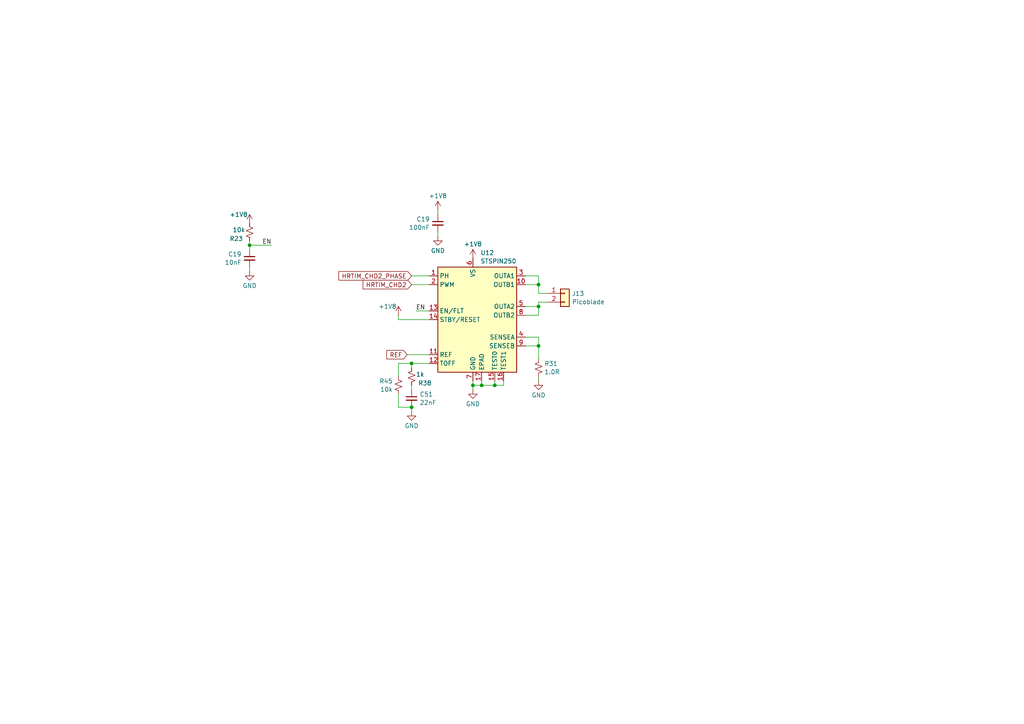
<source format=kicad_sch>
(kicad_sch (version 20230121) (generator eeschema)

  (uuid d3ae3c29-a710-4f7b-94c4-9f99cb159c5b)

  (paper "A4")

  (lib_symbols
    (symbol "Connector_Generic:Conn_01x02" (pin_names (offset 1.016) hide) (in_bom yes) (on_board yes)
      (property "Reference" "J" (at 0 2.54 0)
        (effects (font (size 1.27 1.27)))
      )
      (property "Value" "Conn_01x02" (at 0 -5.08 0)
        (effects (font (size 1.27 1.27)))
      )
      (property "Footprint" "" (at 0 0 0)
        (effects (font (size 1.27 1.27)) hide)
      )
      (property "Datasheet" "~" (at 0 0 0)
        (effects (font (size 1.27 1.27)) hide)
      )
      (property "ki_keywords" "connector" (at 0 0 0)
        (effects (font (size 1.27 1.27)) hide)
      )
      (property "ki_description" "Generic connector, single row, 01x02, script generated (kicad-library-utils/schlib/autogen/connector/)" (at 0 0 0)
        (effects (font (size 1.27 1.27)) hide)
      )
      (property "ki_fp_filters" "Connector*:*_1x??_*" (at 0 0 0)
        (effects (font (size 1.27 1.27)) hide)
      )
      (symbol "Conn_01x02_1_1"
        (rectangle (start -1.27 -2.413) (end 0 -2.667)
          (stroke (width 0.1524) (type default))
          (fill (type none))
        )
        (rectangle (start -1.27 0.127) (end 0 -0.127)
          (stroke (width 0.1524) (type default))
          (fill (type none))
        )
        (rectangle (start -1.27 1.27) (end 1.27 -3.81)
          (stroke (width 0.254) (type default))
          (fill (type background))
        )
        (pin passive line (at -5.08 0 0) (length 3.81)
          (name "Pin_1" (effects (font (size 1.27 1.27))))
          (number "1" (effects (font (size 1.27 1.27))))
        )
        (pin passive line (at -5.08 -2.54 0) (length 3.81)
          (name "Pin_2" (effects (font (size 1.27 1.27))))
          (number "2" (effects (font (size 1.27 1.27))))
        )
      )
    )
    (symbol "Device:C_Small" (pin_numbers hide) (pin_names (offset 0.254) hide) (in_bom yes) (on_board yes)
      (property "Reference" "C" (at 0.254 1.778 0)
        (effects (font (size 1.27 1.27)) (justify left))
      )
      (property "Value" "C_Small" (at 0.254 -2.032 0)
        (effects (font (size 1.27 1.27)) (justify left))
      )
      (property "Footprint" "" (at 0 0 0)
        (effects (font (size 1.27 1.27)) hide)
      )
      (property "Datasheet" "~" (at 0 0 0)
        (effects (font (size 1.27 1.27)) hide)
      )
      (property "ki_keywords" "capacitor cap" (at 0 0 0)
        (effects (font (size 1.27 1.27)) hide)
      )
      (property "ki_description" "Unpolarized capacitor, small symbol" (at 0 0 0)
        (effects (font (size 1.27 1.27)) hide)
      )
      (property "ki_fp_filters" "C_*" (at 0 0 0)
        (effects (font (size 1.27 1.27)) hide)
      )
      (symbol "C_Small_0_1"
        (polyline
          (pts
            (xy -1.524 -0.508)
            (xy 1.524 -0.508)
          )
          (stroke (width 0.3302) (type default))
          (fill (type none))
        )
        (polyline
          (pts
            (xy -1.524 0.508)
            (xy 1.524 0.508)
          )
          (stroke (width 0.3048) (type default))
          (fill (type none))
        )
      )
      (symbol "C_Small_1_1"
        (pin passive line (at 0 2.54 270) (length 2.032)
          (name "~" (effects (font (size 1.27 1.27))))
          (number "1" (effects (font (size 1.27 1.27))))
        )
        (pin passive line (at 0 -2.54 90) (length 2.032)
          (name "~" (effects (font (size 1.27 1.27))))
          (number "2" (effects (font (size 1.27 1.27))))
        )
      )
    )
    (symbol "Device:R_Small_US" (pin_numbers hide) (pin_names (offset 0.254) hide) (in_bom yes) (on_board yes)
      (property "Reference" "R" (at 0.762 0.508 0)
        (effects (font (size 1.27 1.27)) (justify left))
      )
      (property "Value" "R_Small_US" (at 0.762 -1.016 0)
        (effects (font (size 1.27 1.27)) (justify left))
      )
      (property "Footprint" "" (at 0 0 0)
        (effects (font (size 1.27 1.27)) hide)
      )
      (property "Datasheet" "~" (at 0 0 0)
        (effects (font (size 1.27 1.27)) hide)
      )
      (property "ki_keywords" "r resistor" (at 0 0 0)
        (effects (font (size 1.27 1.27)) hide)
      )
      (property "ki_description" "Resistor, small US symbol" (at 0 0 0)
        (effects (font (size 1.27 1.27)) hide)
      )
      (property "ki_fp_filters" "R_*" (at 0 0 0)
        (effects (font (size 1.27 1.27)) hide)
      )
      (symbol "R_Small_US_1_1"
        (polyline
          (pts
            (xy 0 0)
            (xy 1.016 -0.381)
            (xy 0 -0.762)
            (xy -1.016 -1.143)
            (xy 0 -1.524)
          )
          (stroke (width 0) (type default))
          (fill (type none))
        )
        (polyline
          (pts
            (xy 0 1.524)
            (xy 1.016 1.143)
            (xy 0 0.762)
            (xy -1.016 0.381)
            (xy 0 0)
          )
          (stroke (width 0) (type default))
          (fill (type none))
        )
        (pin passive line (at 0 2.54 270) (length 1.016)
          (name "~" (effects (font (size 1.27 1.27))))
          (number "1" (effects (font (size 1.27 1.27))))
        )
        (pin passive line (at 0 -2.54 90) (length 1.016)
          (name "~" (effects (font (size 1.27 1.27))))
          (number "2" (effects (font (size 1.27 1.27))))
        )
      )
    )
    (symbol "components_2:STSPIN250" (in_bom yes) (on_board yes)
      (property "Reference" "U" (at 6.35 21.59 0)
        (effects (font (size 1.27 1.27)))
      )
      (property "Value" "STSPIN250" (at 11.43 19.05 0)
        (effects (font (size 1.27 1.27)))
      )
      (property "Footprint" "" (at 0 24.13 0)
        (effects (font (size 1.27 1.27)) hide)
      )
      (property "Datasheet" "" (at 0 24.13 0)
        (effects (font (size 1.27 1.27)) hide)
      )
      (symbol "STSPIN250_0_1"
        (rectangle (start -10.16 15.24) (end 12.7 -15.24)
          (stroke (width 0.254) (type default))
          (fill (type background))
        )
      )
      (symbol "STSPIN250_1_1"
        (pin input line (at -12.7 12.7 0) (length 2.54)
          (name "PH" (effects (font (size 1.27 1.27))))
          (number "1" (effects (font (size 1.27 1.27))))
        )
        (pin power_out line (at 15.24 10.16 180) (length 2.54)
          (name "OUTB1" (effects (font (size 1.27 1.27))))
          (number "10" (effects (font (size 1.27 1.27))))
        )
        (pin input line (at -12.7 -10.16 0) (length 2.54)
          (name "REF" (effects (font (size 1.27 1.27))))
          (number "11" (effects (font (size 1.27 1.27))))
        )
        (pin input line (at -12.7 -12.7 0) (length 2.54)
          (name "TOFF" (effects (font (size 1.27 1.27))))
          (number "12" (effects (font (size 1.27 1.27))))
        )
        (pin bidirectional line (at -12.7 2.54 0) (length 2.54)
          (name "EN/FLT" (effects (font (size 1.27 1.27))))
          (number "13" (effects (font (size 1.27 1.27))))
        )
        (pin input line (at -12.7 0 0) (length 2.54)
          (name "STBY/RESET" (effects (font (size 1.27 1.27))))
          (number "14" (effects (font (size 1.27 1.27))))
        )
        (pin input line (at 6.35 -17.78 90) (length 2.54)
          (name "TEST0" (effects (font (size 1.27 1.27))))
          (number "15" (effects (font (size 1.27 1.27))))
        )
        (pin input line (at 8.89 -17.78 90) (length 2.54)
          (name "TEST1" (effects (font (size 1.27 1.27))))
          (number "16" (effects (font (size 1.27 1.27))))
        )
        (pin power_in line (at 2.54 -17.78 90) (length 2.54)
          (name "EPAD" (effects (font (size 1.27 1.27))))
          (number "17" (effects (font (size 1.27 1.27))))
        )
        (pin input line (at -12.7 10.16 0) (length 2.54)
          (name "PWM" (effects (font (size 1.27 1.27))))
          (number "2" (effects (font (size 1.27 1.27))))
        )
        (pin power_out line (at 15.24 12.7 180) (length 2.54)
          (name "OUTA1" (effects (font (size 1.27 1.27))))
          (number "3" (effects (font (size 1.27 1.27))))
        )
        (pin power_out line (at 15.24 -5.08 180) (length 2.54)
          (name "SENSEA" (effects (font (size 1.27 1.27))))
          (number "4" (effects (font (size 1.27 1.27))))
        )
        (pin power_out line (at 15.24 3.81 180) (length 2.54)
          (name "OUTA2" (effects (font (size 1.27 1.27))))
          (number "5" (effects (font (size 1.27 1.27))))
        )
        (pin power_in line (at 0 17.78 270) (length 2.54)
          (name "VS" (effects (font (size 1.27 1.27))))
          (number "6" (effects (font (size 1.27 1.27))))
        )
        (pin power_in line (at 0 -17.78 90) (length 2.54)
          (name "GND" (effects (font (size 1.27 1.27))))
          (number "7" (effects (font (size 1.27 1.27))))
        )
        (pin power_out line (at 15.24 1.27 180) (length 2.54)
          (name "OUTB2" (effects (font (size 1.27 1.27))))
          (number "8" (effects (font (size 1.27 1.27))))
        )
        (pin power_out line (at 15.24 -7.62 180) (length 2.54)
          (name "SENSEB" (effects (font (size 1.27 1.27))))
          (number "9" (effects (font (size 1.27 1.27))))
        )
      )
    )
    (symbol "power:+1V8" (power) (pin_names (offset 0)) (in_bom yes) (on_board yes)
      (property "Reference" "#PWR" (at 0 -3.81 0)
        (effects (font (size 1.27 1.27)) hide)
      )
      (property "Value" "+1V8" (at 0 3.556 0)
        (effects (font (size 1.27 1.27)))
      )
      (property "Footprint" "" (at 0 0 0)
        (effects (font (size 1.27 1.27)) hide)
      )
      (property "Datasheet" "" (at 0 0 0)
        (effects (font (size 1.27 1.27)) hide)
      )
      (property "ki_keywords" "global power" (at 0 0 0)
        (effects (font (size 1.27 1.27)) hide)
      )
      (property "ki_description" "Power symbol creates a global label with name \"+1V8\"" (at 0 0 0)
        (effects (font (size 1.27 1.27)) hide)
      )
      (symbol "+1V8_0_1"
        (polyline
          (pts
            (xy -0.762 1.27)
            (xy 0 2.54)
          )
          (stroke (width 0) (type default))
          (fill (type none))
        )
        (polyline
          (pts
            (xy 0 0)
            (xy 0 2.54)
          )
          (stroke (width 0) (type default))
          (fill (type none))
        )
        (polyline
          (pts
            (xy 0 2.54)
            (xy 0.762 1.27)
          )
          (stroke (width 0) (type default))
          (fill (type none))
        )
      )
      (symbol "+1V8_1_1"
        (pin power_in line (at 0 0 90) (length 0) hide
          (name "+1V8" (effects (font (size 1.27 1.27))))
          (number "1" (effects (font (size 1.27 1.27))))
        )
      )
    )
    (symbol "power:GND" (power) (pin_names (offset 0)) (in_bom yes) (on_board yes)
      (property "Reference" "#PWR" (at 0 -6.35 0)
        (effects (font (size 1.27 1.27)) hide)
      )
      (property "Value" "GND" (at 0 -3.81 0)
        (effects (font (size 1.27 1.27)))
      )
      (property "Footprint" "" (at 0 0 0)
        (effects (font (size 1.27 1.27)) hide)
      )
      (property "Datasheet" "" (at 0 0 0)
        (effects (font (size 1.27 1.27)) hide)
      )
      (property "ki_keywords" "global power" (at 0 0 0)
        (effects (font (size 1.27 1.27)) hide)
      )
      (property "ki_description" "Power symbol creates a global label with name \"GND\" , ground" (at 0 0 0)
        (effects (font (size 1.27 1.27)) hide)
      )
      (symbol "GND_0_1"
        (polyline
          (pts
            (xy 0 0)
            (xy 0 -1.27)
            (xy 1.27 -1.27)
            (xy 0 -2.54)
            (xy -1.27 -1.27)
            (xy 0 -1.27)
          )
          (stroke (width 0) (type default))
          (fill (type none))
        )
      )
      (symbol "GND_1_1"
        (pin power_in line (at 0 0 270) (length 0) hide
          (name "GND" (effects (font (size 1.27 1.27))))
          (number "1" (effects (font (size 1.27 1.27))))
        )
      )
    )
  )

  (junction (at 156.21 88.9) (diameter 0) (color 0 0 0 0)
    (uuid 434cb4db-e008-497a-ac75-29356549856d)
  )
  (junction (at 156.21 82.55) (diameter 0) (color 0 0 0 0)
    (uuid 73c65292-b353-4b6d-8478-edeff7afb8c7)
  )
  (junction (at 119.38 118.11) (diameter 0) (color 0 0 0 0)
    (uuid 94b6b8c9-8047-4795-9a9c-fb7cd95c839f)
  )
  (junction (at 156.21 100.33) (diameter 0) (color 0 0 0 0)
    (uuid a7a6fb4e-42d6-42a7-bbf0-d6c88e0348fa)
  )
  (junction (at 143.51 111.76) (diameter 0) (color 0 0 0 0)
    (uuid b3b1cf1f-3840-4d7e-9047-79997c3d87d6)
  )
  (junction (at 137.16 111.76) (diameter 0) (color 0 0 0 0)
    (uuid cbccabf5-514d-4f33-a5e2-8afd2e5196d0)
  )
  (junction (at 119.38 105.41) (diameter 0) (color 0 0 0 0)
    (uuid e8e8b19e-38ee-46f6-abe7-2eb9415a0c45)
  )
  (junction (at 72.39 71.12) (diameter 0) (color 0 0 0 0)
    (uuid ea82cac8-4805-4573-979c-6a02e69f8924)
  )
  (junction (at 139.7 111.76) (diameter 0) (color 0 0 0 0)
    (uuid ef668624-f822-4384-8bde-da48dda47b2b)
  )

  (wire (pts (xy 158.75 87.63) (xy 156.21 87.63))
    (stroke (width 0) (type default))
    (uuid 03cd1acd-860c-41b6-a0cf-6e5051d36e0a)
  )
  (wire (pts (xy 119.38 82.55) (xy 124.46 82.55))
    (stroke (width 0) (type default))
    (uuid 0af2eac1-5f05-45b1-b10e-55d53a6509e5)
  )
  (wire (pts (xy 119.38 119.38) (xy 119.38 118.11))
    (stroke (width 0) (type default))
    (uuid 0b449ecc-9c82-4820-8698-d2d4d1a6b484)
  )
  (wire (pts (xy 152.4 91.44) (xy 156.21 91.44))
    (stroke (width 0) (type default))
    (uuid 0eadbab4-a729-4a40-b7f8-df60fec4a64f)
  )
  (wire (pts (xy 115.57 92.71) (xy 124.46 92.71))
    (stroke (width 0) (type default))
    (uuid 0f466d35-9b0b-4ceb-b8cd-ea19adb3e898)
  )
  (wire (pts (xy 143.51 111.76) (xy 143.51 110.49))
    (stroke (width 0) (type default))
    (uuid 19da91f9-6a5f-48be-9fcf-aa2467619f8e)
  )
  (wire (pts (xy 156.21 100.33) (xy 156.21 104.14))
    (stroke (width 0) (type default))
    (uuid 1b9f4e11-f494-4182-b389-bc772a267783)
  )
  (wire (pts (xy 115.57 105.41) (xy 119.38 105.41))
    (stroke (width 0) (type default))
    (uuid 20724527-7776-4670-b0cc-9f7d650e952e)
  )
  (wire (pts (xy 156.21 97.79) (xy 156.21 100.33))
    (stroke (width 0) (type default))
    (uuid 23522f3e-82c7-4660-bf36-698bed9ff747)
  )
  (wire (pts (xy 115.57 105.41) (xy 115.57 109.22))
    (stroke (width 0) (type default))
    (uuid 266f7f8c-85f0-4bfc-ac14-3e43d1278dbb)
  )
  (wire (pts (xy 118.11 102.87) (xy 124.46 102.87))
    (stroke (width 0) (type default))
    (uuid 281cc014-5e66-4632-bf75-9540f4ceba37)
  )
  (wire (pts (xy 139.7 111.76) (xy 143.51 111.76))
    (stroke (width 0) (type default))
    (uuid 2c7a6d3a-27d4-47e9-a4c8-a2f54c3346dd)
  )
  (wire (pts (xy 115.57 91.44) (xy 115.57 92.71))
    (stroke (width 0) (type default))
    (uuid 2e373b68-696b-43be-8c67-9f63ce48e298)
  )
  (wire (pts (xy 119.38 111.76) (xy 119.38 113.03))
    (stroke (width 0) (type default))
    (uuid 2e7aa4f7-2f59-45c0-9c9e-df1fa5d386ac)
  )
  (wire (pts (xy 72.39 77.47) (xy 72.39 78.74))
    (stroke (width 0) (type default))
    (uuid 2f2c56ea-94a6-4bd3-91fd-baa49aef69d5)
  )
  (wire (pts (xy 72.39 71.12) (xy 72.39 72.39))
    (stroke (width 0) (type default))
    (uuid 3cd4013a-e490-46b2-9b38-8123170595d3)
  )
  (wire (pts (xy 156.21 88.9) (xy 156.21 91.44))
    (stroke (width 0) (type default))
    (uuid 445ea813-6607-4352-8695-0473fe659a8a)
  )
  (wire (pts (xy 137.16 111.76) (xy 137.16 113.03))
    (stroke (width 0) (type default))
    (uuid 45a19862-9131-4617-be6d-7f257a3c5054)
  )
  (wire (pts (xy 139.7 111.76) (xy 139.7 110.49))
    (stroke (width 0) (type default))
    (uuid 487c0dd1-8201-4f33-b8f2-393144b038f8)
  )
  (wire (pts (xy 146.05 111.76) (xy 146.05 110.49))
    (stroke (width 0) (type default))
    (uuid 4ce01599-ccbc-4594-b42d-d099858787a8)
  )
  (wire (pts (xy 137.16 110.49) (xy 137.16 111.76))
    (stroke (width 0) (type default))
    (uuid 603a7429-cd78-4607-ab5d-caf3dfa7385e)
  )
  (wire (pts (xy 156.21 85.09) (xy 158.75 85.09))
    (stroke (width 0) (type default))
    (uuid 6d3e1bae-fd32-4e05-b28b-78396ec183c2)
  )
  (wire (pts (xy 127 67.31) (xy 127 68.58))
    (stroke (width 0) (type default))
    (uuid 78851fe2-9688-4dbc-9a81-e27ce981c1f3)
  )
  (wire (pts (xy 72.39 71.12) (xy 78.74 71.12))
    (stroke (width 0) (type default))
    (uuid 7f557fef-2397-49f2-96d9-c2a6db743c8d)
  )
  (wire (pts (xy 156.21 82.55) (xy 156.21 85.09))
    (stroke (width 0) (type default))
    (uuid 815d45b0-8540-4fa8-8a69-4ab3476e3638)
  )
  (wire (pts (xy 72.39 69.85) (xy 72.39 71.12))
    (stroke (width 0) (type default))
    (uuid 909bc16a-1dca-4a82-af71-b4a797a34b59)
  )
  (wire (pts (xy 152.4 82.55) (xy 156.21 82.55))
    (stroke (width 0) (type default))
    (uuid 911ea3c5-c522-48e4-b8b7-ffe02eb55a93)
  )
  (wire (pts (xy 143.51 111.76) (xy 146.05 111.76))
    (stroke (width 0) (type default))
    (uuid 91d6b792-46f7-47f9-91e4-44f1397bc96d)
  )
  (wire (pts (xy 152.4 97.79) (xy 156.21 97.79))
    (stroke (width 0) (type default))
    (uuid a13d80eb-dd9f-4a70-b224-482e1c96e3df)
  )
  (wire (pts (xy 156.21 88.9) (xy 152.4 88.9))
    (stroke (width 0) (type default))
    (uuid a660deba-e634-41a5-9be9-1acdd54ca362)
  )
  (wire (pts (xy 152.4 100.33) (xy 156.21 100.33))
    (stroke (width 0) (type default))
    (uuid b7184f51-76fc-4818-af53-3af825e81bd1)
  )
  (wire (pts (xy 115.57 118.11) (xy 119.38 118.11))
    (stroke (width 0) (type default))
    (uuid c318da2f-fddf-4636-993e-5bc7cca1beac)
  )
  (wire (pts (xy 156.21 80.01) (xy 156.21 82.55))
    (stroke (width 0) (type default))
    (uuid df2ba190-63ee-43e9-80ec-603bc7b1877f)
  )
  (wire (pts (xy 137.16 111.76) (xy 139.7 111.76))
    (stroke (width 0) (type default))
    (uuid e3059f48-6eba-4772-a1e5-7160201bb03c)
  )
  (wire (pts (xy 120.65 90.17) (xy 124.46 90.17))
    (stroke (width 0) (type default))
    (uuid e9a31b84-fa76-47dc-b181-4530f0359c14)
  )
  (wire (pts (xy 156.21 109.22) (xy 156.21 110.49))
    (stroke (width 0) (type default))
    (uuid eb020714-22ff-400a-b95c-78631cd48784)
  )
  (wire (pts (xy 119.38 105.41) (xy 119.38 106.68))
    (stroke (width 0) (type default))
    (uuid f1eb8655-58c5-4a22-8f79-c4cc1f1bf9d1)
  )
  (wire (pts (xy 127 60.96) (xy 127 62.23))
    (stroke (width 0) (type default))
    (uuid f720122c-4380-418b-9614-9675d2e484e4)
  )
  (wire (pts (xy 115.57 114.3) (xy 115.57 118.11))
    (stroke (width 0) (type default))
    (uuid f7316a7e-2476-4819-8fb7-96fb7a77e1e5)
  )
  (wire (pts (xy 119.38 105.41) (xy 124.46 105.41))
    (stroke (width 0) (type default))
    (uuid f7a28afd-0294-4a52-a35d-87b0cb052b0f)
  )
  (wire (pts (xy 119.38 80.01) (xy 124.46 80.01))
    (stroke (width 0) (type default))
    (uuid fc248839-72e7-40cd-ba40-3660105bda01)
  )
  (wire (pts (xy 156.21 87.63) (xy 156.21 88.9))
    (stroke (width 0) (type default))
    (uuid fd07932c-b6c9-4dc1-bdde-48111e3bddea)
  )
  (wire (pts (xy 152.4 80.01) (xy 156.21 80.01))
    (stroke (width 0) (type default))
    (uuid fd3999ed-52e0-460b-b2ea-b4287d468792)
  )

  (label "EN" (at 78.74 71.12 180) (fields_autoplaced)
    (effects (font (size 1.27 1.27)) (justify right bottom))
    (uuid 16cff644-6782-41af-b172-9c909c8c311d)
  )
  (label "EN" (at 120.65 90.17 0) (fields_autoplaced)
    (effects (font (size 1.27 1.27)) (justify left bottom))
    (uuid cc3ae181-a2dc-4730-89a8-d239b9afe088)
  )

  (global_label "HRTIM_CHD2_PHASE" (shape input) (at 119.38 80.01 180) (fields_autoplaced)
    (effects (font (size 1.27 1.27)) (justify right))
    (uuid 21fa62e5-a172-4ed7-bcdb-21e56655e7e1)
    (property "Intersheetrefs" "${INTERSHEET_REFS}" (at 97.7077 80.01 0)
      (effects (font (size 1.27 1.27)) (justify right) hide)
    )
  )
  (global_label "HRTIM_CHD2" (shape input) (at 119.38 82.55 180) (fields_autoplaced)
    (effects (font (size 1.27 1.27)) (justify right))
    (uuid 303001b9-0d1e-4e8a-a477-908a9396b15d)
    (property "Intersheetrefs" "${INTERSHEET_REFS}" (at 104.7229 82.55 0)
      (effects (font (size 1.27 1.27)) (justify right) hide)
    )
  )
  (global_label "REF" (shape input) (at 118.11 102.87 180) (fields_autoplaced)
    (effects (font (size 1.27 1.27)) (justify right))
    (uuid a140077c-6624-4e15-b31b-69770d3bd68d)
    (property "Intersheetrefs" "${INTERSHEET_REFS}" (at 111.6172 102.87 0)
      (effects (font (size 1.27 1.27)) (justify right) hide)
    )
  )

  (symbol (lib_id "components_2:STSPIN250") (at 137.16 92.71 0) (unit 1)
    (in_bom yes) (on_board yes) (dnp no) (fields_autoplaced)
    (uuid 19eeca92-6ca8-4a31-b672-8fde65669788)
    (property "Reference" "U12" (at 139.3541 73.3257 0)
      (effects (font (size 1.27 1.27)) (justify left))
    )
    (property "Value" "STSPIN250" (at 139.3541 75.7499 0)
      (effects (font (size 1.27 1.27)) (justify left))
    )
    (property "Footprint" "Ultra_librarian:VFQFPN16_STSPIN_STM" (at 137.16 68.58 0)
      (effects (font (size 1.27 1.27)) hide)
    )
    (property "Datasheet" "" (at 137.16 68.58 0)
      (effects (font (size 1.27 1.27)) hide)
    )
    (property "LCSC" "C155561" (at 137.16 92.71 0)
      (effects (font (size 1.27 1.27)) hide)
    )
    (pin "1" (uuid e46c6c14-ad89-41e7-8adc-19629b9363a5))
    (pin "10" (uuid 97811da0-6c20-4a56-8acc-ede948d652a4))
    (pin "11" (uuid 6cd8da83-5e41-42b5-9795-1502d753ce59))
    (pin "12" (uuid 5072d2bc-849c-45b0-86a6-f246efd8c396))
    (pin "13" (uuid 4e2c5edb-598c-4673-981e-bcf1a29386c7))
    (pin "14" (uuid ed236e16-818c-40c0-8947-e853eeccb1af))
    (pin "15" (uuid 027bc0af-25d8-4ee4-b50a-e4daa7fb83c4))
    (pin "16" (uuid 1f78152d-2d05-4851-8d13-4c6d33a2c056))
    (pin "17" (uuid 2a41c778-4014-4d8b-a467-265f45364098))
    (pin "2" (uuid d0ed151e-5bd0-4e9e-9f18-83566a9c2c95))
    (pin "3" (uuid e5cded07-f179-4277-acae-df617063fae1))
    (pin "4" (uuid 7dcbdaa4-9ce3-441b-bc2b-1453d2e23489))
    (pin "5" (uuid 73c7dc44-4717-45ba-9c72-8d83ddba3050))
    (pin "6" (uuid b625d927-c8b1-4d35-b443-f77956de00b2))
    (pin "7" (uuid fac90f5f-7773-4d00-a29d-cf122037bab4))
    (pin "8" (uuid a5d3c886-c924-40c6-89f2-10d7a9adb180))
    (pin "9" (uuid 917c6d82-403f-49be-8bb7-e6186ace1d0d))
    (instances
      (project "KASM_PCB_REV1"
        (path "/bcd76057-59fd-41c5-bb52-9bafb2ef74e0/04e958db-aa3d-41e7-905b-1283accbf3a5"
          (reference "U12") (unit 1)
        )
        (path "/bcd76057-59fd-41c5-bb52-9bafb2ef74e0/04e958db-aa3d-41e7-905b-1283accbf3a5/18dc00ae-3159-4780-b672-12977f79e5ac"
          (reference "U5") (unit 1)
        )
        (path "/bcd76057-59fd-41c5-bb52-9bafb2ef74e0/04e958db-aa3d-41e7-905b-1283accbf3a5/0e4a8bf2-0dd0-4daf-93f5-21aaab6e9079"
          (reference "U12") (unit 1)
        )
        (path "/bcd76057-59fd-41c5-bb52-9bafb2ef74e0/04e958db-aa3d-41e7-905b-1283accbf3a5/fa3e3175-0ec2-4c23-918b-18b69f6d22c9"
          (reference "U7") (unit 1)
        )
        (path "/bcd76057-59fd-41c5-bb52-9bafb2ef74e0/04e958db-aa3d-41e7-905b-1283accbf3a5/5eb57887-e81e-4477-9dd7-7aacc0de0d0b"
          (reference "U34") (unit 1)
        )
        (path "/bcd76057-59fd-41c5-bb52-9bafb2ef74e0/04e958db-aa3d-41e7-905b-1283accbf3a5/e0928f68-e618-4bed-a90d-d4217e4537fe"
          (reference "U35") (unit 1)
        )
        (path "/bcd76057-59fd-41c5-bb52-9bafb2ef74e0/04e958db-aa3d-41e7-905b-1283accbf3a5/035548b8-a31f-4ce4-88ad-eb25e49c8086"
          (reference "U36") (unit 1)
        )
        (path "/bcd76057-59fd-41c5-bb52-9bafb2ef74e0/04e958db-aa3d-41e7-905b-1283accbf3a5/ea7abcee-3bcc-4e0d-ba1f-bfc5afeaff56"
          (reference "U37") (unit 1)
        )
        (path "/bcd76057-59fd-41c5-bb52-9bafb2ef74e0/04e958db-aa3d-41e7-905b-1283accbf3a5/d43b2610-0e88-49f5-accf-91021c3a3747"
          (reference "U38") (unit 1)
        )
        (path "/bcd76057-59fd-41c5-bb52-9bafb2ef74e0/04e958db-aa3d-41e7-905b-1283accbf3a5/183aa310-3222-4137-baac-257f5699b820"
          (reference "U39") (unit 1)
        )
        (path "/bcd76057-59fd-41c5-bb52-9bafb2ef74e0/04e958db-aa3d-41e7-905b-1283accbf3a5/31bee4a8-b94d-44ab-a7b7-0e5ab7943934"
          (reference "U41") (unit 1)
        )
        (path "/bcd76057-59fd-41c5-bb52-9bafb2ef74e0/04e958db-aa3d-41e7-905b-1283accbf3a5/3c7f0f67-84e4-46e0-ae69-a3c8008fc518"
          (reference "U42") (unit 1)
        )
        (path "/bcd76057-59fd-41c5-bb52-9bafb2ef74e0/04e958db-aa3d-41e7-905b-1283accbf3a5/09624144-9abc-4214-b8b3-19be92fa01bb"
          (reference "U43") (unit 1)
        )
        (path "/bcd76057-59fd-41c5-bb52-9bafb2ef74e0/04e958db-aa3d-41e7-905b-1283accbf3a5/debcf873-ffd9-4218-a838-354e10f40114"
          (reference "U44") (unit 1)
        )
        (path "/bcd76057-59fd-41c5-bb52-9bafb2ef74e0/04e958db-aa3d-41e7-905b-1283accbf3a5/f3d20732-cdac-44e3-a331-3cd31b97ff57"
          (reference "U45") (unit 1)
        )
        (path "/bcd76057-59fd-41c5-bb52-9bafb2ef74e0/04e958db-aa3d-41e7-905b-1283accbf3a5/d282b751-7721-4014-b2b7-469980c2fd3d"
          (reference "U46") (unit 1)
        )
        (path "/bcd76057-59fd-41c5-bb52-9bafb2ef74e0/04e958db-aa3d-41e7-905b-1283accbf3a5/2f342150-1aa1-4808-811e-c8652a7360ed"
          (reference "U47") (unit 1)
        )
        (path "/bcd76057-59fd-41c5-bb52-9bafb2ef74e0/04e958db-aa3d-41e7-905b-1283accbf3a5/880b3b36-85e8-4c3c-aa09-491ac2842d9f"
          (reference "U48") (unit 1)
        )
        (path "/bcd76057-59fd-41c5-bb52-9bafb2ef74e0/04e958db-aa3d-41e7-905b-1283accbf3a5/a00a6dc6-5da7-4e1f-b4ec-6af8efc204f4"
          (reference "U49") (unit 1)
        )
        (path "/bcd76057-59fd-41c5-bb52-9bafb2ef74e0/04e958db-aa3d-41e7-905b-1283accbf3a5/fb97f32a-344e-42d0-80a3-2f30f649c95b"
          (reference "U50") (unit 1)
        )
        (path "/bcd76057-59fd-41c5-bb52-9bafb2ef74e0/04e958db-aa3d-41e7-905b-1283accbf3a5/758d2951-640e-4c88-be12-1a100eb086a5"
          (reference "U51") (unit 1)
        )
        (path "/bcd76057-59fd-41c5-bb52-9bafb2ef74e0/04e958db-aa3d-41e7-905b-1283accbf3a5/1e6d7f69-4122-453e-9254-d2339f5150d7"
          (reference "U52") (unit 1)
        )
        (path "/bcd76057-59fd-41c5-bb52-9bafb2ef74e0/04e958db-aa3d-41e7-905b-1283accbf3a5/cc8e9e82-b38f-4c96-81d0-3ca8ac77f771"
          (reference "U53") (unit 1)
        )
        (path "/bcd76057-59fd-41c5-bb52-9bafb2ef74e0/04e958db-aa3d-41e7-905b-1283accbf3a5/b1894ed9-6a63-4439-a2e8-1827c3e49ee7"
          (reference "U54") (unit 1)
        )
        (path "/bcd76057-59fd-41c5-bb52-9bafb2ef74e0/04e958db-aa3d-41e7-905b-1283accbf3a5/a49d49c7-da1f-4137-a620-bdc9f58595d1"
          (reference "U55") (unit 1)
        )
        (path "/bcd76057-59fd-41c5-bb52-9bafb2ef74e0/04e958db-aa3d-41e7-905b-1283accbf3a5/80cd4e08-0efe-488f-8e92-54beb1b4d1f2"
          (reference "U56") (unit 1)
        )
        (path "/bcd76057-59fd-41c5-bb52-9bafb2ef74e0/04e958db-aa3d-41e7-905b-1283accbf3a5/317da025-5f62-4c93-8d06-7954e608af1c"
          (reference "U57") (unit 1)
        )
        (path "/bcd76057-59fd-41c5-bb52-9bafb2ef74e0/04e958db-aa3d-41e7-905b-1283accbf3a5/517c7ed0-094c-4bf8-893e-b74da427973a"
          (reference "U40") (unit 1)
        )
      )
    )
  )

  (symbol (lib_id "Device:R_Small_US") (at 72.39 67.31 0) (unit 1)
    (in_bom yes) (on_board yes) (dnp no)
    (uuid 1ad86d62-36bc-4de8-a70f-cab002fd4914)
    (property "Reference" "R23" (at 70.485 69.215 0)
      (effects (font (size 1.27 1.27)) (justify right))
    )
    (property "Value" "10k" (at 71.12 66.675 0)
      (effects (font (size 1.27 1.27)) (justify right))
    )
    (property "Footprint" "Resistor_SMD:R_0402_1005Metric" (at 72.39 67.31 0)
      (effects (font (size 1.27 1.27)) hide)
    )
    (property "Datasheet" "~" (at 72.39 67.31 0)
      (effects (font (size 1.27 1.27)) hide)
    )
    (property "LCSC" "C25744" (at 72.39 67.31 0)
      (effects (font (size 1.27 1.27)) hide)
    )
    (pin "1" (uuid e181254e-6363-4497-98a4-e5b640dd1364))
    (pin "2" (uuid cce42e0c-22e5-4209-b7f1-4bd1d28878bf))
    (instances
      (project "KASM_PCB_REV1"
        (path "/bcd76057-59fd-41c5-bb52-9bafb2ef74e0/04e958db-aa3d-41e7-905b-1283accbf3a5"
          (reference "R23") (unit 1)
        )
        (path "/bcd76057-59fd-41c5-bb52-9bafb2ef74e0/04e958db-aa3d-41e7-905b-1283accbf3a5/317da025-5f62-4c93-8d06-7954e608af1c"
          (reference "R23") (unit 1)
        )
        (path "/bcd76057-59fd-41c5-bb52-9bafb2ef74e0/04e958db-aa3d-41e7-905b-1283accbf3a5/517c7ed0-094c-4bf8-893e-b74da427973a"
          (reference "R48") (unit 1)
        )
      )
    )
  )

  (symbol (lib_id "power:GND") (at 119.38 119.38 0) (unit 1)
    (in_bom yes) (on_board yes) (dnp no)
    (uuid 1b560aea-f1d1-4242-9055-9226e0b1f112)
    (property "Reference" "#PWR0113" (at 119.38 125.73 0)
      (effects (font (size 1.27 1.27)) hide)
    )
    (property "Value" "GND" (at 119.38 123.5131 0)
      (effects (font (size 1.27 1.27)))
    )
    (property "Footprint" "" (at 119.38 119.38 0)
      (effects (font (size 1.27 1.27)) hide)
    )
    (property "Datasheet" "" (at 119.38 119.38 0)
      (effects (font (size 1.27 1.27)) hide)
    )
    (pin "1" (uuid 4637a27a-c5c6-4311-b6dc-3fecae4bd51a))
    (instances
      (project "KASM_PCB_REV1"
        (path "/bcd76057-59fd-41c5-bb52-9bafb2ef74e0/04e958db-aa3d-41e7-905b-1283accbf3a5"
          (reference "#PWR0113") (unit 1)
        )
        (path "/bcd76057-59fd-41c5-bb52-9bafb2ef74e0/04e958db-aa3d-41e7-905b-1283accbf3a5/18dc00ae-3159-4780-b672-12977f79e5ac"
          (reference "#PWR0106") (unit 1)
        )
        (path "/bcd76057-59fd-41c5-bb52-9bafb2ef74e0/04e958db-aa3d-41e7-905b-1283accbf3a5/0e4a8bf2-0dd0-4daf-93f5-21aaab6e9079"
          (reference "#PWR0262") (unit 1)
        )
        (path "/bcd76057-59fd-41c5-bb52-9bafb2ef74e0/04e958db-aa3d-41e7-905b-1283accbf3a5/fa3e3175-0ec2-4c23-918b-18b69f6d22c9"
          (reference "#PWR0108") (unit 1)
        )
        (path "/bcd76057-59fd-41c5-bb52-9bafb2ef74e0/04e958db-aa3d-41e7-905b-1283accbf3a5/5eb57887-e81e-4477-9dd7-7aacc0de0d0b"
          (reference "#PWR0269") (unit 1)
        )
        (path "/bcd76057-59fd-41c5-bb52-9bafb2ef74e0/04e958db-aa3d-41e7-905b-1283accbf3a5/e0928f68-e618-4bed-a90d-d4217e4537fe"
          (reference "#PWR0276") (unit 1)
        )
        (path "/bcd76057-59fd-41c5-bb52-9bafb2ef74e0/04e958db-aa3d-41e7-905b-1283accbf3a5/035548b8-a31f-4ce4-88ad-eb25e49c8086"
          (reference "#PWR0283") (unit 1)
        )
        (path "/bcd76057-59fd-41c5-bb52-9bafb2ef74e0/04e958db-aa3d-41e7-905b-1283accbf3a5/ea7abcee-3bcc-4e0d-ba1f-bfc5afeaff56"
          (reference "#PWR0290") (unit 1)
        )
        (path "/bcd76057-59fd-41c5-bb52-9bafb2ef74e0/04e958db-aa3d-41e7-905b-1283accbf3a5/d43b2610-0e88-49f5-accf-91021c3a3747"
          (reference "#PWR0297") (unit 1)
        )
        (path "/bcd76057-59fd-41c5-bb52-9bafb2ef74e0/04e958db-aa3d-41e7-905b-1283accbf3a5/183aa310-3222-4137-baac-257f5699b820"
          (reference "#PWR0304") (unit 1)
        )
        (path "/bcd76057-59fd-41c5-bb52-9bafb2ef74e0/04e958db-aa3d-41e7-905b-1283accbf3a5/31bee4a8-b94d-44ab-a7b7-0e5ab7943934"
          (reference "#PWR0318") (unit 1)
        )
        (path "/bcd76057-59fd-41c5-bb52-9bafb2ef74e0/04e958db-aa3d-41e7-905b-1283accbf3a5/3c7f0f67-84e4-46e0-ae69-a3c8008fc518"
          (reference "#PWR0325") (unit 1)
        )
        (path "/bcd76057-59fd-41c5-bb52-9bafb2ef74e0/04e958db-aa3d-41e7-905b-1283accbf3a5/09624144-9abc-4214-b8b3-19be92fa01bb"
          (reference "#PWR0332") (unit 1)
        )
        (path "/bcd76057-59fd-41c5-bb52-9bafb2ef74e0/04e958db-aa3d-41e7-905b-1283accbf3a5/debcf873-ffd9-4218-a838-354e10f40114"
          (reference "#PWR0339") (unit 1)
        )
        (path "/bcd76057-59fd-41c5-bb52-9bafb2ef74e0/04e958db-aa3d-41e7-905b-1283accbf3a5/f3d20732-cdac-44e3-a331-3cd31b97ff57"
          (reference "#PWR0346") (unit 1)
        )
        (path "/bcd76057-59fd-41c5-bb52-9bafb2ef74e0/04e958db-aa3d-41e7-905b-1283accbf3a5/d282b751-7721-4014-b2b7-469980c2fd3d"
          (reference "#PWR0353") (unit 1)
        )
        (path "/bcd76057-59fd-41c5-bb52-9bafb2ef74e0/04e958db-aa3d-41e7-905b-1283accbf3a5/2f342150-1aa1-4808-811e-c8652a7360ed"
          (reference "#PWR0360") (unit 1)
        )
        (path "/bcd76057-59fd-41c5-bb52-9bafb2ef74e0/04e958db-aa3d-41e7-905b-1283accbf3a5/880b3b36-85e8-4c3c-aa09-491ac2842d9f"
          (reference "#PWR0367") (unit 1)
        )
        (path "/bcd76057-59fd-41c5-bb52-9bafb2ef74e0/04e958db-aa3d-41e7-905b-1283accbf3a5/a00a6dc6-5da7-4e1f-b4ec-6af8efc204f4"
          (reference "#PWR0374") (unit 1)
        )
        (path "/bcd76057-59fd-41c5-bb52-9bafb2ef74e0/04e958db-aa3d-41e7-905b-1283accbf3a5/fb97f32a-344e-42d0-80a3-2f30f649c95b"
          (reference "#PWR0381") (unit 1)
        )
        (path "/bcd76057-59fd-41c5-bb52-9bafb2ef74e0/04e958db-aa3d-41e7-905b-1283accbf3a5/758d2951-640e-4c88-be12-1a100eb086a5"
          (reference "#PWR0388") (unit 1)
        )
        (path "/bcd76057-59fd-41c5-bb52-9bafb2ef74e0/04e958db-aa3d-41e7-905b-1283accbf3a5/1e6d7f69-4122-453e-9254-d2339f5150d7"
          (reference "#PWR0395") (unit 1)
        )
        (path "/bcd76057-59fd-41c5-bb52-9bafb2ef74e0/04e958db-aa3d-41e7-905b-1283accbf3a5/cc8e9e82-b38f-4c96-81d0-3ca8ac77f771"
          (reference "#PWR0402") (unit 1)
        )
        (path "/bcd76057-59fd-41c5-bb52-9bafb2ef74e0/04e958db-aa3d-41e7-905b-1283accbf3a5/b1894ed9-6a63-4439-a2e8-1827c3e49ee7"
          (reference "#PWR0409") (unit 1)
        )
        (path "/bcd76057-59fd-41c5-bb52-9bafb2ef74e0/04e958db-aa3d-41e7-905b-1283accbf3a5/a49d49c7-da1f-4137-a620-bdc9f58595d1"
          (reference "#PWR0416") (unit 1)
        )
        (path "/bcd76057-59fd-41c5-bb52-9bafb2ef74e0/04e958db-aa3d-41e7-905b-1283accbf3a5/80cd4e08-0efe-488f-8e92-54beb1b4d1f2"
          (reference "#PWR0423") (unit 1)
        )
        (path "/bcd76057-59fd-41c5-bb52-9bafb2ef74e0/04e958db-aa3d-41e7-905b-1283accbf3a5/317da025-5f62-4c93-8d06-7954e608af1c"
          (reference "#PWR0430") (unit 1)
        )
        (path "/bcd76057-59fd-41c5-bb52-9bafb2ef74e0/04e958db-aa3d-41e7-905b-1283accbf3a5/517c7ed0-094c-4bf8-893e-b74da427973a"
          (reference "#PWR0311") (unit 1)
        )
      )
    )
  )

  (symbol (lib_id "Device:R_Small_US") (at 115.57 111.76 0) (unit 1)
    (in_bom yes) (on_board yes) (dnp no)
    (uuid 1c0f638b-f20f-4b2e-b1b4-83a656ba64a2)
    (property "Reference" "R45" (at 113.919 110.5479 0)
      (effects (font (size 1.27 1.27)) (justify right))
    )
    (property "Value" "10k" (at 113.919 112.9721 0)
      (effects (font (size 1.27 1.27)) (justify right))
    )
    (property "Footprint" "Resistor_SMD:R_0402_1005Metric" (at 115.57 111.76 0)
      (effects (font (size 1.27 1.27)) hide)
    )
    (property "Datasheet" "~" (at 115.57 111.76 0)
      (effects (font (size 1.27 1.27)) hide)
    )
    (property "LCSC" "C25744" (at 115.57 111.76 0)
      (effects (font (size 1.27 1.27)) hide)
    )
    (pin "1" (uuid 32b177db-daf9-4a6b-9c8f-4c4a6aa2c23e))
    (pin "2" (uuid 07fe93d4-1469-4ba6-a4b1-0eeff5425a0e))
    (instances
      (project "KASM_PCB_REV1"
        (path "/bcd76057-59fd-41c5-bb52-9bafb2ef74e0/04e958db-aa3d-41e7-905b-1283accbf3a5"
          (reference "R45") (unit 1)
        )
        (path "/bcd76057-59fd-41c5-bb52-9bafb2ef74e0/04e958db-aa3d-41e7-905b-1283accbf3a5/18dc00ae-3159-4780-b672-12977f79e5ac"
          (reference "R45") (unit 1)
        )
        (path "/bcd76057-59fd-41c5-bb52-9bafb2ef74e0/04e958db-aa3d-41e7-905b-1283accbf3a5/0e4a8bf2-0dd0-4daf-93f5-21aaab6e9079"
          (reference "R110") (unit 1)
        )
        (path "/bcd76057-59fd-41c5-bb52-9bafb2ef74e0/04e958db-aa3d-41e7-905b-1283accbf3a5/fa3e3175-0ec2-4c23-918b-18b69f6d22c9"
          (reference "R40") (unit 1)
        )
        (path "/bcd76057-59fd-41c5-bb52-9bafb2ef74e0/04e958db-aa3d-41e7-905b-1283accbf3a5/5eb57887-e81e-4477-9dd7-7aacc0de0d0b"
          (reference "R113") (unit 1)
        )
        (path "/bcd76057-59fd-41c5-bb52-9bafb2ef74e0/04e958db-aa3d-41e7-905b-1283accbf3a5/e0928f68-e618-4bed-a90d-d4217e4537fe"
          (reference "R116") (unit 1)
        )
        (path "/bcd76057-59fd-41c5-bb52-9bafb2ef74e0/04e958db-aa3d-41e7-905b-1283accbf3a5/035548b8-a31f-4ce4-88ad-eb25e49c8086"
          (reference "R119") (unit 1)
        )
        (path "/bcd76057-59fd-41c5-bb52-9bafb2ef74e0/04e958db-aa3d-41e7-905b-1283accbf3a5/ea7abcee-3bcc-4e0d-ba1f-bfc5afeaff56"
          (reference "R122") (unit 1)
        )
        (path "/bcd76057-59fd-41c5-bb52-9bafb2ef74e0/04e958db-aa3d-41e7-905b-1283accbf3a5/d43b2610-0e88-49f5-accf-91021c3a3747"
          (reference "R125") (unit 1)
        )
        (path "/bcd76057-59fd-41c5-bb52-9bafb2ef74e0/04e958db-aa3d-41e7-905b-1283accbf3a5/183aa310-3222-4137-baac-257f5699b820"
          (reference "R128") (unit 1)
        )
        (path "/bcd76057-59fd-41c5-bb52-9bafb2ef74e0/04e958db-aa3d-41e7-905b-1283accbf3a5/31bee4a8-b94d-44ab-a7b7-0e5ab7943934"
          (reference "R134") (unit 1)
        )
        (path "/bcd76057-59fd-41c5-bb52-9bafb2ef74e0/04e958db-aa3d-41e7-905b-1283accbf3a5/3c7f0f67-84e4-46e0-ae69-a3c8008fc518"
          (reference "R137") (unit 1)
        )
        (path "/bcd76057-59fd-41c5-bb52-9bafb2ef74e0/04e958db-aa3d-41e7-905b-1283accbf3a5/09624144-9abc-4214-b8b3-19be92fa01bb"
          (reference "R140") (unit 1)
        )
        (path "/bcd76057-59fd-41c5-bb52-9bafb2ef74e0/04e958db-aa3d-41e7-905b-1283accbf3a5/debcf873-ffd9-4218-a838-354e10f40114"
          (reference "R143") (unit 1)
        )
        (path "/bcd76057-59fd-41c5-bb52-9bafb2ef74e0/04e958db-aa3d-41e7-905b-1283accbf3a5/f3d20732-cdac-44e3-a331-3cd31b97ff57"
          (reference "R146") (unit 1)
        )
        (path "/bcd76057-59fd-41c5-bb52-9bafb2ef74e0/04e958db-aa3d-41e7-905b-1283accbf3a5/d282b751-7721-4014-b2b7-469980c2fd3d"
          (reference "R149") (unit 1)
        )
        (path "/bcd76057-59fd-41c5-bb52-9bafb2ef74e0/04e958db-aa3d-41e7-905b-1283accbf3a5/2f342150-1aa1-4808-811e-c8652a7360ed"
          (reference "R152") (unit 1)
        )
        (path "/bcd76057-59fd-41c5-bb52-9bafb2ef74e0/04e958db-aa3d-41e7-905b-1283accbf3a5/880b3b36-85e8-4c3c-aa09-491ac2842d9f"
          (reference "R155") (unit 1)
        )
        (path "/bcd76057-59fd-41c5-bb52-9bafb2ef74e0/04e958db-aa3d-41e7-905b-1283accbf3a5/a00a6dc6-5da7-4e1f-b4ec-6af8efc204f4"
          (reference "R158") (unit 1)
        )
        (path "/bcd76057-59fd-41c5-bb52-9bafb2ef74e0/04e958db-aa3d-41e7-905b-1283accbf3a5/fb97f32a-344e-42d0-80a3-2f30f649c95b"
          (reference "R161") (unit 1)
        )
        (path "/bcd76057-59fd-41c5-bb52-9bafb2ef74e0/04e958db-aa3d-41e7-905b-1283accbf3a5/758d2951-640e-4c88-be12-1a100eb086a5"
          (reference "R164") (unit 1)
        )
        (path "/bcd76057-59fd-41c5-bb52-9bafb2ef74e0/04e958db-aa3d-41e7-905b-1283accbf3a5/1e6d7f69-4122-453e-9254-d2339f5150d7"
          (reference "R167") (unit 1)
        )
        (path "/bcd76057-59fd-41c5-bb52-9bafb2ef74e0/04e958db-aa3d-41e7-905b-1283accbf3a5/cc8e9e82-b38f-4c96-81d0-3ca8ac77f771"
          (reference "R170") (unit 1)
        )
        (path "/bcd76057-59fd-41c5-bb52-9bafb2ef74e0/04e958db-aa3d-41e7-905b-1283accbf3a5/b1894ed9-6a63-4439-a2e8-1827c3e49ee7"
          (reference "R173") (unit 1)
        )
        (path "/bcd76057-59fd-41c5-bb52-9bafb2ef74e0/04e958db-aa3d-41e7-905b-1283accbf3a5/a49d49c7-da1f-4137-a620-bdc9f58595d1"
          (reference "R176") (unit 1)
        )
        (path "/bcd76057-59fd-41c5-bb52-9bafb2ef74e0/04e958db-aa3d-41e7-905b-1283accbf3a5/80cd4e08-0efe-488f-8e92-54beb1b4d1f2"
          (reference "R179") (unit 1)
        )
        (path "/bcd76057-59fd-41c5-bb52-9bafb2ef74e0/04e958db-aa3d-41e7-905b-1283accbf3a5/317da025-5f62-4c93-8d06-7954e608af1c"
          (reference "R182") (unit 1)
        )
        (path "/bcd76057-59fd-41c5-bb52-9bafb2ef74e0/04e958db-aa3d-41e7-905b-1283accbf3a5/517c7ed0-094c-4bf8-893e-b74da427973a"
          (reference "R131") (unit 1)
        )
      )
    )
  )

  (symbol (lib_id "power:+1V8") (at 72.39 64.77 0) (unit 1)
    (in_bom yes) (on_board yes) (dnp no)
    (uuid 1fcf71c4-64f0-4983-b901-721b6b86c68e)
    (property "Reference" "#PWR030" (at 72.39 68.58 0)
      (effects (font (size 1.27 1.27)) hide)
    )
    (property "Value" "+1V8" (at 69.215 62.23 0)
      (effects (font (size 1.27 1.27)))
    )
    (property "Footprint" "" (at 72.39 64.77 0)
      (effects (font (size 1.27 1.27)) hide)
    )
    (property "Datasheet" "" (at 72.39 64.77 0)
      (effects (font (size 1.27 1.27)) hide)
    )
    (pin "1" (uuid 9903d9c2-0bc5-4379-b899-80ee1b226c63))
    (instances
      (project "KASM_PCB_REV1"
        (path "/bcd76057-59fd-41c5-bb52-9bafb2ef74e0/9f28d78d-ca42-4041-9be6-b996c46b4a0a"
          (reference "#PWR030") (unit 1)
        )
        (path "/bcd76057-59fd-41c5-bb52-9bafb2ef74e0/04e958db-aa3d-41e7-905b-1283accbf3a5"
          (reference "#PWR062") (unit 1)
        )
        (path "/bcd76057-59fd-41c5-bb52-9bafb2ef74e0/04e958db-aa3d-41e7-905b-1283accbf3a5/317da025-5f62-4c93-8d06-7954e608af1c"
          (reference "#PWR014") (unit 1)
        )
        (path "/bcd76057-59fd-41c5-bb52-9bafb2ef74e0/04e958db-aa3d-41e7-905b-1283accbf3a5/517c7ed0-094c-4bf8-893e-b74da427973a"
          (reference "#PWR0112") (unit 1)
        )
      )
    )
  )

  (symbol (lib_id "Device:C_Small") (at 119.38 115.57 0) (unit 1)
    (in_bom yes) (on_board yes) (dnp no)
    (uuid 2782306e-b156-4b63-ae9d-a4809019075d)
    (property "Reference" "C51" (at 121.7041 114.3642 0)
      (effects (font (size 1.27 1.27)) (justify left))
    )
    (property "Value" "22nF" (at 121.7041 116.7884 0)
      (effects (font (size 1.27 1.27)) (justify left))
    )
    (property "Footprint" "Capacitor_SMD:C_0402_1005Metric" (at 119.38 115.57 0)
      (effects (font (size 1.27 1.27)) hide)
    )
    (property "Datasheet" "~" (at 119.38 115.57 0)
      (effects (font (size 1.27 1.27)) hide)
    )
    (property "LCSC" "C1532" (at 119.38 115.57 0)
      (effects (font (size 1.27 1.27)) hide)
    )
    (pin "1" (uuid 45cc038a-6790-4cfb-91c4-5c23167940f5))
    (pin "2" (uuid d4512f2d-7735-4fc1-a4ef-1aaab42564c2))
    (instances
      (project "KASM_PCB_REV1"
        (path "/bcd76057-59fd-41c5-bb52-9bafb2ef74e0/04e958db-aa3d-41e7-905b-1283accbf3a5"
          (reference "C51") (unit 1)
        )
        (path "/bcd76057-59fd-41c5-bb52-9bafb2ef74e0/04e958db-aa3d-41e7-905b-1283accbf3a5/18dc00ae-3159-4780-b672-12977f79e5ac"
          (reference "C51") (unit 1)
        )
        (path "/bcd76057-59fd-41c5-bb52-9bafb2ef74e0/04e958db-aa3d-41e7-905b-1283accbf3a5/0e4a8bf2-0dd0-4daf-93f5-21aaab6e9079"
          (reference "C95") (unit 1)
        )
        (path "/bcd76057-59fd-41c5-bb52-9bafb2ef74e0/04e958db-aa3d-41e7-905b-1283accbf3a5/fa3e3175-0ec2-4c23-918b-18b69f6d22c9"
          (reference "C46") (unit 1)
        )
        (path "/bcd76057-59fd-41c5-bb52-9bafb2ef74e0/04e958db-aa3d-41e7-905b-1283accbf3a5/5eb57887-e81e-4477-9dd7-7aacc0de0d0b"
          (reference "C97") (unit 1)
        )
        (path "/bcd76057-59fd-41c5-bb52-9bafb2ef74e0/04e958db-aa3d-41e7-905b-1283accbf3a5/e0928f68-e618-4bed-a90d-d4217e4537fe"
          (reference "C99") (unit 1)
        )
        (path "/bcd76057-59fd-41c5-bb52-9bafb2ef74e0/04e958db-aa3d-41e7-905b-1283accbf3a5/035548b8-a31f-4ce4-88ad-eb25e49c8086"
          (reference "C101") (unit 1)
        )
        (path "/bcd76057-59fd-41c5-bb52-9bafb2ef74e0/04e958db-aa3d-41e7-905b-1283accbf3a5/ea7abcee-3bcc-4e0d-ba1f-bfc5afeaff56"
          (reference "C103") (unit 1)
        )
        (path "/bcd76057-59fd-41c5-bb52-9bafb2ef74e0/04e958db-aa3d-41e7-905b-1283accbf3a5/d43b2610-0e88-49f5-accf-91021c3a3747"
          (reference "C105") (unit 1)
        )
        (path "/bcd76057-59fd-41c5-bb52-9bafb2ef74e0/04e958db-aa3d-41e7-905b-1283accbf3a5/183aa310-3222-4137-baac-257f5699b820"
          (reference "C107") (unit 1)
        )
        (path "/bcd76057-59fd-41c5-bb52-9bafb2ef74e0/04e958db-aa3d-41e7-905b-1283accbf3a5/31bee4a8-b94d-44ab-a7b7-0e5ab7943934"
          (reference "C111") (unit 1)
        )
        (path "/bcd76057-59fd-41c5-bb52-9bafb2ef74e0/04e958db-aa3d-41e7-905b-1283accbf3a5/3c7f0f67-84e4-46e0-ae69-a3c8008fc518"
          (reference "C113") (unit 1)
        )
        (path "/bcd76057-59fd-41c5-bb52-9bafb2ef74e0/04e958db-aa3d-41e7-905b-1283accbf3a5/09624144-9abc-4214-b8b3-19be92fa01bb"
          (reference "C115") (unit 1)
        )
        (path "/bcd76057-59fd-41c5-bb52-9bafb2ef74e0/04e958db-aa3d-41e7-905b-1283accbf3a5/debcf873-ffd9-4218-a838-354e10f40114"
          (reference "C117") (unit 1)
        )
        (path "/bcd76057-59fd-41c5-bb52-9bafb2ef74e0/04e958db-aa3d-41e7-905b-1283accbf3a5/f3d20732-cdac-44e3-a331-3cd31b97ff57"
          (reference "C119") (unit 1)
        )
        (path "/bcd76057-59fd-41c5-bb52-9bafb2ef74e0/04e958db-aa3d-41e7-905b-1283accbf3a5/d282b751-7721-4014-b2b7-469980c2fd3d"
          (reference "C121") (unit 1)
        )
        (path "/bcd76057-59fd-41c5-bb52-9bafb2ef74e0/04e958db-aa3d-41e7-905b-1283accbf3a5/2f342150-1aa1-4808-811e-c8652a7360ed"
          (reference "C123") (unit 1)
        )
        (path "/bcd76057-59fd-41c5-bb52-9bafb2ef74e0/04e958db-aa3d-41e7-905b-1283accbf3a5/880b3b36-85e8-4c3c-aa09-491ac2842d9f"
          (reference "C125") (unit 1)
        )
        (path "/bcd76057-59fd-41c5-bb52-9bafb2ef74e0/04e958db-aa3d-41e7-905b-1283accbf3a5/a00a6dc6-5da7-4e1f-b4ec-6af8efc204f4"
          (reference "C127") (unit 1)
        )
        (path "/bcd76057-59fd-41c5-bb52-9bafb2ef74e0/04e958db-aa3d-41e7-905b-1283accbf3a5/fb97f32a-344e-42d0-80a3-2f30f649c95b"
          (reference "C129") (unit 1)
        )
        (path "/bcd76057-59fd-41c5-bb52-9bafb2ef74e0/04e958db-aa3d-41e7-905b-1283accbf3a5/758d2951-640e-4c88-be12-1a100eb086a5"
          (reference "C131") (unit 1)
        )
        (path "/bcd76057-59fd-41c5-bb52-9bafb2ef74e0/04e958db-aa3d-41e7-905b-1283accbf3a5/1e6d7f69-4122-453e-9254-d2339f5150d7"
          (reference "C133") (unit 1)
        )
        (path "/bcd76057-59fd-41c5-bb52-9bafb2ef74e0/04e958db-aa3d-41e7-905b-1283accbf3a5/cc8e9e82-b38f-4c96-81d0-3ca8ac77f771"
          (reference "C135") (unit 1)
        )
        (path "/bcd76057-59fd-41c5-bb52-9bafb2ef74e0/04e958db-aa3d-41e7-905b-1283accbf3a5/b1894ed9-6a63-4439-a2e8-1827c3e49ee7"
          (reference "C137") (unit 1)
        )
        (path "/bcd76057-59fd-41c5-bb52-9bafb2ef74e0/04e958db-aa3d-41e7-905b-1283accbf3a5/a49d49c7-da1f-4137-a620-bdc9f58595d1"
          (reference "C139") (unit 1)
        )
        (path "/bcd76057-59fd-41c5-bb52-9bafb2ef74e0/04e958db-aa3d-41e7-905b-1283accbf3a5/80cd4e08-0efe-488f-8e92-54beb1b4d1f2"
          (reference "C141") (unit 1)
        )
        (path "/bcd76057-59fd-41c5-bb52-9bafb2ef74e0/04e958db-aa3d-41e7-905b-1283accbf3a5/317da025-5f62-4c93-8d06-7954e608af1c"
          (reference "C143") (unit 1)
        )
        (path "/bcd76057-59fd-41c5-bb52-9bafb2ef74e0/04e958db-aa3d-41e7-905b-1283accbf3a5/517c7ed0-094c-4bf8-893e-b74da427973a"
          (reference "C109") (unit 1)
        )
      )
    )
  )

  (symbol (lib_id "Device:C_Small") (at 127 64.77 0) (mirror y) (unit 1)
    (in_bom yes) (on_board yes) (dnp no)
    (uuid 30662a80-f7ba-4153-8c23-39ace1e524b8)
    (property "Reference" "C19" (at 124.6759 63.5642 0)
      (effects (font (size 1.27 1.27)) (justify left))
    )
    (property "Value" "100nF" (at 124.6759 65.9884 0)
      (effects (font (size 1.27 1.27)) (justify left))
    )
    (property "Footprint" "Capacitor_SMD:C_0402_1005Metric" (at 127 64.77 0)
      (effects (font (size 1.27 1.27)) hide)
    )
    (property "Datasheet" "~" (at 127 64.77 0)
      (effects (font (size 1.27 1.27)) hide)
    )
    (property "LCSC" "C1525" (at 127 64.77 0)
      (effects (font (size 1.27 1.27)) hide)
    )
    (pin "1" (uuid 895c655b-c28c-4357-b4cb-52024c7cdb04))
    (pin "2" (uuid 517a1446-2faa-475e-a498-cdaac64064c7))
    (instances
      (project "KASM_PCB_REV1"
        (path "/bcd76057-59fd-41c5-bb52-9bafb2ef74e0/9f28d78d-ca42-4041-9be6-b996c46b4a0a"
          (reference "C19") (unit 1)
        )
        (path "/bcd76057-59fd-41c5-bb52-9bafb2ef74e0/da6e1dd6-6549-4588-8765-3ff657cbe17b"
          (reference "C1") (unit 1)
        )
        (path "/bcd76057-59fd-41c5-bb52-9bafb2ef74e0/04e958db-aa3d-41e7-905b-1283accbf3a5"
          (reference "C40") (unit 1)
        )
        (path "/bcd76057-59fd-41c5-bb52-9bafb2ef74e0/04e958db-aa3d-41e7-905b-1283accbf3a5/18dc00ae-3159-4780-b672-12977f79e5ac"
          (reference "C40") (unit 1)
        )
        (path "/bcd76057-59fd-41c5-bb52-9bafb2ef74e0/04e958db-aa3d-41e7-905b-1283accbf3a5/0e4a8bf2-0dd0-4daf-93f5-21aaab6e9079"
          (reference "C94") (unit 1)
        )
        (path "/bcd76057-59fd-41c5-bb52-9bafb2ef74e0/04e958db-aa3d-41e7-905b-1283accbf3a5/fa3e3175-0ec2-4c23-918b-18b69f6d22c9"
          (reference "C42") (unit 1)
        )
        (path "/bcd76057-59fd-41c5-bb52-9bafb2ef74e0/04e958db-aa3d-41e7-905b-1283accbf3a5/5eb57887-e81e-4477-9dd7-7aacc0de0d0b"
          (reference "C96") (unit 1)
        )
        (path "/bcd76057-59fd-41c5-bb52-9bafb2ef74e0/04e958db-aa3d-41e7-905b-1283accbf3a5/e0928f68-e618-4bed-a90d-d4217e4537fe"
          (reference "C98") (unit 1)
        )
        (path "/bcd76057-59fd-41c5-bb52-9bafb2ef74e0/04e958db-aa3d-41e7-905b-1283accbf3a5/035548b8-a31f-4ce4-88ad-eb25e49c8086"
          (reference "C100") (unit 1)
        )
        (path "/bcd76057-59fd-41c5-bb52-9bafb2ef74e0/04e958db-aa3d-41e7-905b-1283accbf3a5/ea7abcee-3bcc-4e0d-ba1f-bfc5afeaff56"
          (reference "C102") (unit 1)
        )
        (path "/bcd76057-59fd-41c5-bb52-9bafb2ef74e0/04e958db-aa3d-41e7-905b-1283accbf3a5/d43b2610-0e88-49f5-accf-91021c3a3747"
          (reference "C104") (unit 1)
        )
        (path "/bcd76057-59fd-41c5-bb52-9bafb2ef74e0/04e958db-aa3d-41e7-905b-1283accbf3a5/183aa310-3222-4137-baac-257f5699b820"
          (reference "C106") (unit 1)
        )
        (path "/bcd76057-59fd-41c5-bb52-9bafb2ef74e0/04e958db-aa3d-41e7-905b-1283accbf3a5/31bee4a8-b94d-44ab-a7b7-0e5ab7943934"
          (reference "C110") (unit 1)
        )
        (path "/bcd76057-59fd-41c5-bb52-9bafb2ef74e0/04e958db-aa3d-41e7-905b-1283accbf3a5/3c7f0f67-84e4-46e0-ae69-a3c8008fc518"
          (reference "C112") (unit 1)
        )
        (path "/bcd76057-59fd-41c5-bb52-9bafb2ef74e0/04e958db-aa3d-41e7-905b-1283accbf3a5/09624144-9abc-4214-b8b3-19be92fa01bb"
          (reference "C114") (unit 1)
        )
        (path "/bcd76057-59fd-41c5-bb52-9bafb2ef74e0/04e958db-aa3d-41e7-905b-1283accbf3a5/debcf873-ffd9-4218-a838-354e10f40114"
          (reference "C116") (unit 1)
        )
        (path "/bcd76057-59fd-41c5-bb52-9bafb2ef74e0/04e958db-aa3d-41e7-905b-1283accbf3a5/f3d20732-cdac-44e3-a331-3cd31b97ff57"
          (reference "C118") (unit 1)
        )
        (path "/bcd76057-59fd-41c5-bb52-9bafb2ef74e0/04e958db-aa3d-41e7-905b-1283accbf3a5/d282b751-7721-4014-b2b7-469980c2fd3d"
          (reference "C120") (unit 1)
        )
        (path "/bcd76057-59fd-41c5-bb52-9bafb2ef74e0/04e958db-aa3d-41e7-905b-1283accbf3a5/2f342150-1aa1-4808-811e-c8652a7360ed"
          (reference "C122") (unit 1)
        )
        (path "/bcd76057-59fd-41c5-bb52-9bafb2ef74e0/04e958db-aa3d-41e7-905b-1283accbf3a5/880b3b36-85e8-4c3c-aa09-491ac2842d9f"
          (reference "C124") (unit 1)
        )
        (path "/bcd76057-59fd-41c5-bb52-9bafb2ef74e0/04e958db-aa3d-41e7-905b-1283accbf3a5/a00a6dc6-5da7-4e1f-b4ec-6af8efc204f4"
          (reference "C126") (unit 1)
        )
        (path "/bcd76057-59fd-41c5-bb52-9bafb2ef74e0/04e958db-aa3d-41e7-905b-1283accbf3a5/fb97f32a-344e-42d0-80a3-2f30f649c95b"
          (reference "C128") (unit 1)
        )
        (path "/bcd76057-59fd-41c5-bb52-9bafb2ef74e0/04e958db-aa3d-41e7-905b-1283accbf3a5/758d2951-640e-4c88-be12-1a100eb086a5"
          (reference "C130") (unit 1)
        )
        (path "/bcd76057-59fd-41c5-bb52-9bafb2ef74e0/04e958db-aa3d-41e7-905b-1283accbf3a5/1e6d7f69-4122-453e-9254-d2339f5150d7"
          (reference "C132") (unit 1)
        )
        (path "/bcd76057-59fd-41c5-bb52-9bafb2ef74e0/04e958db-aa3d-41e7-905b-1283accbf3a5/cc8e9e82-b38f-4c96-81d0-3ca8ac77f771"
          (reference "C134") (unit 1)
        )
        (path "/bcd76057-59fd-41c5-bb52-9bafb2ef74e0/04e958db-aa3d-41e7-905b-1283accbf3a5/b1894ed9-6a63-4439-a2e8-1827c3e49ee7"
          (reference "C136") (unit 1)
        )
        (path "/bcd76057-59fd-41c5-bb52-9bafb2ef74e0/04e958db-aa3d-41e7-905b-1283accbf3a5/a49d49c7-da1f-4137-a620-bdc9f58595d1"
          (reference "C138") (unit 1)
        )
        (path "/bcd76057-59fd-41c5-bb52-9bafb2ef74e0/04e958db-aa3d-41e7-905b-1283accbf3a5/80cd4e08-0efe-488f-8e92-54beb1b4d1f2"
          (reference "C140") (unit 1)
        )
        (path "/bcd76057-59fd-41c5-bb52-9bafb2ef74e0/04e958db-aa3d-41e7-905b-1283accbf3a5/317da025-5f62-4c93-8d06-7954e608af1c"
          (reference "C142") (unit 1)
        )
        (path "/bcd76057-59fd-41c5-bb52-9bafb2ef74e0/04e958db-aa3d-41e7-905b-1283accbf3a5/517c7ed0-094c-4bf8-893e-b74da427973a"
          (reference "C108") (unit 1)
        )
      )
    )
  )

  (symbol (lib_id "power:+1V8") (at 137.16 74.93 0) (unit 1)
    (in_bom yes) (on_board yes) (dnp no) (fields_autoplaced)
    (uuid 351bac8b-9ad0-4f87-b14f-9b52a07bdc9f)
    (property "Reference" "#PWR030" (at 137.16 78.74 0)
      (effects (font (size 1.27 1.27)) hide)
    )
    (property "Value" "+1V8" (at 137.16 70.7969 0)
      (effects (font (size 1.27 1.27)))
    )
    (property "Footprint" "" (at 137.16 74.93 0)
      (effects (font (size 1.27 1.27)) hide)
    )
    (property "Datasheet" "" (at 137.16 74.93 0)
      (effects (font (size 1.27 1.27)) hide)
    )
    (pin "1" (uuid 9b8d2036-7e0c-427a-b116-c0583ef1c727))
    (instances
      (project "KASM_PCB_REV1"
        (path "/bcd76057-59fd-41c5-bb52-9bafb2ef74e0/9f28d78d-ca42-4041-9be6-b996c46b4a0a"
          (reference "#PWR030") (unit 1)
        )
        (path "/bcd76057-59fd-41c5-bb52-9bafb2ef74e0/04e958db-aa3d-41e7-905b-1283accbf3a5"
          (reference "#PWR085") (unit 1)
        )
        (path "/bcd76057-59fd-41c5-bb52-9bafb2ef74e0/04e958db-aa3d-41e7-905b-1283accbf3a5/18dc00ae-3159-4780-b672-12977f79e5ac"
          (reference "#PWR074") (unit 1)
        )
        (path "/bcd76057-59fd-41c5-bb52-9bafb2ef74e0/04e958db-aa3d-41e7-905b-1283accbf3a5/0e4a8bf2-0dd0-4daf-93f5-21aaab6e9079"
          (reference "#PWR0258") (unit 1)
        )
        (path "/bcd76057-59fd-41c5-bb52-9bafb2ef74e0/04e958db-aa3d-41e7-905b-1283accbf3a5/fa3e3175-0ec2-4c23-918b-18b69f6d22c9"
          (reference "#PWR080") (unit 1)
        )
        (path "/bcd76057-59fd-41c5-bb52-9bafb2ef74e0/04e958db-aa3d-41e7-905b-1283accbf3a5/5eb57887-e81e-4477-9dd7-7aacc0de0d0b"
          (reference "#PWR0265") (unit 1)
        )
        (path "/bcd76057-59fd-41c5-bb52-9bafb2ef74e0/04e958db-aa3d-41e7-905b-1283accbf3a5/e0928f68-e618-4bed-a90d-d4217e4537fe"
          (reference "#PWR0272") (unit 1)
        )
        (path "/bcd76057-59fd-41c5-bb52-9bafb2ef74e0/04e958db-aa3d-41e7-905b-1283accbf3a5/035548b8-a31f-4ce4-88ad-eb25e49c8086"
          (reference "#PWR0279") (unit 1)
        )
        (path "/bcd76057-59fd-41c5-bb52-9bafb2ef74e0/04e958db-aa3d-41e7-905b-1283accbf3a5/ea7abcee-3bcc-4e0d-ba1f-bfc5afeaff56"
          (reference "#PWR0286") (unit 1)
        )
        (path "/bcd76057-59fd-41c5-bb52-9bafb2ef74e0/04e958db-aa3d-41e7-905b-1283accbf3a5/d43b2610-0e88-49f5-accf-91021c3a3747"
          (reference "#PWR0293") (unit 1)
        )
        (path "/bcd76057-59fd-41c5-bb52-9bafb2ef74e0/04e958db-aa3d-41e7-905b-1283accbf3a5/183aa310-3222-4137-baac-257f5699b820"
          (reference "#PWR0300") (unit 1)
        )
        (path "/bcd76057-59fd-41c5-bb52-9bafb2ef74e0/04e958db-aa3d-41e7-905b-1283accbf3a5/31bee4a8-b94d-44ab-a7b7-0e5ab7943934"
          (reference "#PWR0314") (unit 1)
        )
        (path "/bcd76057-59fd-41c5-bb52-9bafb2ef74e0/04e958db-aa3d-41e7-905b-1283accbf3a5/3c7f0f67-84e4-46e0-ae69-a3c8008fc518"
          (reference "#PWR0321") (unit 1)
        )
        (path "/bcd76057-59fd-41c5-bb52-9bafb2ef74e0/04e958db-aa3d-41e7-905b-1283accbf3a5/09624144-9abc-4214-b8b3-19be92fa01bb"
          (reference "#PWR0328") (unit 1)
        )
        (path "/bcd76057-59fd-41c5-bb52-9bafb2ef74e0/04e958db-aa3d-41e7-905b-1283accbf3a5/debcf873-ffd9-4218-a838-354e10f40114"
          (reference "#PWR0335") (unit 1)
        )
        (path "/bcd76057-59fd-41c5-bb52-9bafb2ef74e0/04e958db-aa3d-41e7-905b-1283accbf3a5/f3d20732-cdac-44e3-a331-3cd31b97ff57"
          (reference "#PWR0342") (unit 1)
        )
        (path "/bcd76057-59fd-41c5-bb52-9bafb2ef74e0/04e958db-aa3d-41e7-905b-1283accbf3a5/d282b751-7721-4014-b2b7-469980c2fd3d"
          (reference "#PWR0349") (unit 1)
        )
        (path "/bcd76057-59fd-41c5-bb52-9bafb2ef74e0/04e958db-aa3d-41e7-905b-1283accbf3a5/2f342150-1aa1-4808-811e-c8652a7360ed"
          (reference "#PWR0356") (unit 1)
        )
        (path "/bcd76057-59fd-41c5-bb52-9bafb2ef74e0/04e958db-aa3d-41e7-905b-1283accbf3a5/880b3b36-85e8-4c3c-aa09-491ac2842d9f"
          (reference "#PWR0363") (unit 1)
        )
        (path "/bcd76057-59fd-41c5-bb52-9bafb2ef74e0/04e958db-aa3d-41e7-905b-1283accbf3a5/a00a6dc6-5da7-4e1f-b4ec-6af8efc204f4"
          (reference "#PWR0370") (unit 1)
        )
        (path "/bcd76057-59fd-41c5-bb52-9bafb2ef74e0/04e958db-aa3d-41e7-905b-1283accbf3a5/fb97f32a-344e-42d0-80a3-2f30f649c95b"
          (reference "#PWR0377") (unit 1)
        )
        (path "/bcd76057-59fd-41c5-bb52-9bafb2ef74e0/04e958db-aa3d-41e7-905b-1283accbf3a5/758d2951-640e-4c88-be12-1a100eb086a5"
          (reference "#PWR0384") (unit 1)
        )
        (path "/bcd76057-59fd-41c5-bb52-9bafb2ef74e0/04e958db-aa3d-41e7-905b-1283accbf3a5/1e6d7f69-4122-453e-9254-d2339f5150d7"
          (reference "#PWR0391") (unit 1)
        )
        (path "/bcd76057-59fd-41c5-bb52-9bafb2ef74e0/04e958db-aa3d-41e7-905b-1283accbf3a5/cc8e9e82-b38f-4c96-81d0-3ca8ac77f771"
          (reference "#PWR0398") (unit 1)
        )
        (path "/bcd76057-59fd-41c5-bb52-9bafb2ef74e0/04e958db-aa3d-41e7-905b-1283accbf3a5/b1894ed9-6a63-4439-a2e8-1827c3e49ee7"
          (reference "#PWR0405") (unit 1)
        )
        (path "/bcd76057-59fd-41c5-bb52-9bafb2ef74e0/04e958db-aa3d-41e7-905b-1283accbf3a5/a49d49c7-da1f-4137-a620-bdc9f58595d1"
          (reference "#PWR0412") (unit 1)
        )
        (path "/bcd76057-59fd-41c5-bb52-9bafb2ef74e0/04e958db-aa3d-41e7-905b-1283accbf3a5/80cd4e08-0efe-488f-8e92-54beb1b4d1f2"
          (reference "#PWR0419") (unit 1)
        )
        (path "/bcd76057-59fd-41c5-bb52-9bafb2ef74e0/04e958db-aa3d-41e7-905b-1283accbf3a5/317da025-5f62-4c93-8d06-7954e608af1c"
          (reference "#PWR0426") (unit 1)
        )
        (path "/bcd76057-59fd-41c5-bb52-9bafb2ef74e0/04e958db-aa3d-41e7-905b-1283accbf3a5/517c7ed0-094c-4bf8-893e-b74da427973a"
          (reference "#PWR0307") (unit 1)
        )
      )
    )
  )

  (symbol (lib_id "power:GND") (at 127 68.58 0) (unit 1)
    (in_bom yes) (on_board yes) (dnp no)
    (uuid 356c60ad-5b4f-4089-bacf-47a1ef944ce7)
    (property "Reference" "#PWR074" (at 127 74.93 0)
      (effects (font (size 1.27 1.27)) hide)
    )
    (property "Value" "GND" (at 127 72.7131 0)
      (effects (font (size 1.27 1.27)))
    )
    (property "Footprint" "" (at 127 68.58 0)
      (effects (font (size 1.27 1.27)) hide)
    )
    (property "Datasheet" "" (at 127 68.58 0)
      (effects (font (size 1.27 1.27)) hide)
    )
    (pin "1" (uuid 24cd32ea-d013-41a9-a9d8-12b731f586e2))
    (instances
      (project "KASM_PCB_REV1"
        (path "/bcd76057-59fd-41c5-bb52-9bafb2ef74e0/04e958db-aa3d-41e7-905b-1283accbf3a5"
          (reference "#PWR074") (unit 1)
        )
        (path "/bcd76057-59fd-41c5-bb52-9bafb2ef74e0/04e958db-aa3d-41e7-905b-1283accbf3a5/18dc00ae-3159-4780-b672-12977f79e5ac"
          (reference "#PWR067") (unit 1)
        )
        (path "/bcd76057-59fd-41c5-bb52-9bafb2ef74e0/04e958db-aa3d-41e7-905b-1283accbf3a5/0e4a8bf2-0dd0-4daf-93f5-21aaab6e9079"
          (reference "#PWR0257") (unit 1)
        )
        (path "/bcd76057-59fd-41c5-bb52-9bafb2ef74e0/04e958db-aa3d-41e7-905b-1283accbf3a5/fa3e3175-0ec2-4c23-918b-18b69f6d22c9"
          (reference "#PWR076") (unit 1)
        )
        (path "/bcd76057-59fd-41c5-bb52-9bafb2ef74e0/04e958db-aa3d-41e7-905b-1283accbf3a5/5eb57887-e81e-4477-9dd7-7aacc0de0d0b"
          (reference "#PWR0264") (unit 1)
        )
        (path "/bcd76057-59fd-41c5-bb52-9bafb2ef74e0/04e958db-aa3d-41e7-905b-1283accbf3a5/e0928f68-e618-4bed-a90d-d4217e4537fe"
          (reference "#PWR0271") (unit 1)
        )
        (path "/bcd76057-59fd-41c5-bb52-9bafb2ef74e0/04e958db-aa3d-41e7-905b-1283accbf3a5/035548b8-a31f-4ce4-88ad-eb25e49c8086"
          (reference "#PWR0278") (unit 1)
        )
        (path "/bcd76057-59fd-41c5-bb52-9bafb2ef74e0/04e958db-aa3d-41e7-905b-1283accbf3a5/ea7abcee-3bcc-4e0d-ba1f-bfc5afeaff56"
          (reference "#PWR0285") (unit 1)
        )
        (path "/bcd76057-59fd-41c5-bb52-9bafb2ef74e0/04e958db-aa3d-41e7-905b-1283accbf3a5/d43b2610-0e88-49f5-accf-91021c3a3747"
          (reference "#PWR0292") (unit 1)
        )
        (path "/bcd76057-59fd-41c5-bb52-9bafb2ef74e0/04e958db-aa3d-41e7-905b-1283accbf3a5/183aa310-3222-4137-baac-257f5699b820"
          (reference "#PWR0299") (unit 1)
        )
        (path "/bcd76057-59fd-41c5-bb52-9bafb2ef74e0/04e958db-aa3d-41e7-905b-1283accbf3a5/31bee4a8-b94d-44ab-a7b7-0e5ab7943934"
          (reference "#PWR0313") (unit 1)
        )
        (path "/bcd76057-59fd-41c5-bb52-9bafb2ef74e0/04e958db-aa3d-41e7-905b-1283accbf3a5/3c7f0f67-84e4-46e0-ae69-a3c8008fc518"
          (reference "#PWR0320") (unit 1)
        )
        (path "/bcd76057-59fd-41c5-bb52-9bafb2ef74e0/04e958db-aa3d-41e7-905b-1283accbf3a5/09624144-9abc-4214-b8b3-19be92fa01bb"
          (reference "#PWR0327") (unit 1)
        )
        (path "/bcd76057-59fd-41c5-bb52-9bafb2ef74e0/04e958db-aa3d-41e7-905b-1283accbf3a5/debcf873-ffd9-4218-a838-354e10f40114"
          (reference "#PWR0334") (unit 1)
        )
        (path "/bcd76057-59fd-41c5-bb52-9bafb2ef74e0/04e958db-aa3d-41e7-905b-1283accbf3a5/f3d20732-cdac-44e3-a331-3cd31b97ff57"
          (reference "#PWR0341") (unit 1)
        )
        (path "/bcd76057-59fd-41c5-bb52-9bafb2ef74e0/04e958db-aa3d-41e7-905b-1283accbf3a5/d282b751-7721-4014-b2b7-469980c2fd3d"
          (reference "#PWR0348") (unit 1)
        )
        (path "/bcd76057-59fd-41c5-bb52-9bafb2ef74e0/04e958db-aa3d-41e7-905b-1283accbf3a5/2f342150-1aa1-4808-811e-c8652a7360ed"
          (reference "#PWR0355") (unit 1)
        )
        (path "/bcd76057-59fd-41c5-bb52-9bafb2ef74e0/04e958db-aa3d-41e7-905b-1283accbf3a5/880b3b36-85e8-4c3c-aa09-491ac2842d9f"
          (reference "#PWR0362") (unit 1)
        )
        (path "/bcd76057-59fd-41c5-bb52-9bafb2ef74e0/04e958db-aa3d-41e7-905b-1283accbf3a5/a00a6dc6-5da7-4e1f-b4ec-6af8efc204f4"
          (reference "#PWR0369") (unit 1)
        )
        (path "/bcd76057-59fd-41c5-bb52-9bafb2ef74e0/04e958db-aa3d-41e7-905b-1283accbf3a5/fb97f32a-344e-42d0-80a3-2f30f649c95b"
          (reference "#PWR0376") (unit 1)
        )
        (path "/bcd76057-59fd-41c5-bb52-9bafb2ef74e0/04e958db-aa3d-41e7-905b-1283accbf3a5/758d2951-640e-4c88-be12-1a100eb086a5"
          (reference "#PWR0383") (unit 1)
        )
        (path "/bcd76057-59fd-41c5-bb52-9bafb2ef74e0/04e958db-aa3d-41e7-905b-1283accbf3a5/1e6d7f69-4122-453e-9254-d2339f5150d7"
          (reference "#PWR0390") (unit 1)
        )
        (path "/bcd76057-59fd-41c5-bb52-9bafb2ef74e0/04e958db-aa3d-41e7-905b-1283accbf3a5/cc8e9e82-b38f-4c96-81d0-3ca8ac77f771"
          (reference "#PWR0397") (unit 1)
        )
        (path "/bcd76057-59fd-41c5-bb52-9bafb2ef74e0/04e958db-aa3d-41e7-905b-1283accbf3a5/b1894ed9-6a63-4439-a2e8-1827c3e49ee7"
          (reference "#PWR0404") (unit 1)
        )
        (path "/bcd76057-59fd-41c5-bb52-9bafb2ef74e0/04e958db-aa3d-41e7-905b-1283accbf3a5/a49d49c7-da1f-4137-a620-bdc9f58595d1"
          (reference "#PWR0411") (unit 1)
        )
        (path "/bcd76057-59fd-41c5-bb52-9bafb2ef74e0/04e958db-aa3d-41e7-905b-1283accbf3a5/80cd4e08-0efe-488f-8e92-54beb1b4d1f2"
          (reference "#PWR0418") (unit 1)
        )
        (path "/bcd76057-59fd-41c5-bb52-9bafb2ef74e0/04e958db-aa3d-41e7-905b-1283accbf3a5/317da025-5f62-4c93-8d06-7954e608af1c"
          (reference "#PWR0425") (unit 1)
        )
        (path "/bcd76057-59fd-41c5-bb52-9bafb2ef74e0/04e958db-aa3d-41e7-905b-1283accbf3a5/517c7ed0-094c-4bf8-893e-b74da427973a"
          (reference "#PWR0306") (unit 1)
        )
      )
    )
  )

  (symbol (lib_id "power:+1V8") (at 115.57 91.44 0) (unit 1)
    (in_bom yes) (on_board yes) (dnp no)
    (uuid 36a3b25a-fef5-4f9e-8ede-61ed5a81a95d)
    (property "Reference" "#PWR030" (at 115.57 95.25 0)
      (effects (font (size 1.27 1.27)) hide)
    )
    (property "Value" "+1V8" (at 112.395 88.9 0)
      (effects (font (size 1.27 1.27)))
    )
    (property "Footprint" "" (at 115.57 91.44 0)
      (effects (font (size 1.27 1.27)) hide)
    )
    (property "Datasheet" "" (at 115.57 91.44 0)
      (effects (font (size 1.27 1.27)) hide)
    )
    (pin "1" (uuid c019826a-b962-47ed-a44d-d165abda84d9))
    (instances
      (project "KASM_PCB_REV1"
        (path "/bcd76057-59fd-41c5-bb52-9bafb2ef74e0/9f28d78d-ca42-4041-9be6-b996c46b4a0a"
          (reference "#PWR030") (unit 1)
        )
        (path "/bcd76057-59fd-41c5-bb52-9bafb2ef74e0/04e958db-aa3d-41e7-905b-1283accbf3a5"
          (reference "#PWR092") (unit 1)
        )
        (path "/bcd76057-59fd-41c5-bb52-9bafb2ef74e0/04e958db-aa3d-41e7-905b-1283accbf3a5/18dc00ae-3159-4780-b672-12977f79e5ac"
          (reference "#PWR085") (unit 1)
        )
        (path "/bcd76057-59fd-41c5-bb52-9bafb2ef74e0/04e958db-aa3d-41e7-905b-1283accbf3a5/0e4a8bf2-0dd0-4daf-93f5-21aaab6e9079"
          (reference "#PWR0259") (unit 1)
        )
        (path "/bcd76057-59fd-41c5-bb52-9bafb2ef74e0/04e958db-aa3d-41e7-905b-1283accbf3a5/fa3e3175-0ec2-4c23-918b-18b69f6d22c9"
          (reference "#PWR087") (unit 1)
        )
        (path "/bcd76057-59fd-41c5-bb52-9bafb2ef74e0/04e958db-aa3d-41e7-905b-1283accbf3a5/5eb57887-e81e-4477-9dd7-7aacc0de0d0b"
          (reference "#PWR0266") (unit 1)
        )
        (path "/bcd76057-59fd-41c5-bb52-9bafb2ef74e0/04e958db-aa3d-41e7-905b-1283accbf3a5/e0928f68-e618-4bed-a90d-d4217e4537fe"
          (reference "#PWR0273") (unit 1)
        )
        (path "/bcd76057-59fd-41c5-bb52-9bafb2ef74e0/04e958db-aa3d-41e7-905b-1283accbf3a5/035548b8-a31f-4ce4-88ad-eb25e49c8086"
          (reference "#PWR0280") (unit 1)
        )
        (path "/bcd76057-59fd-41c5-bb52-9bafb2ef74e0/04e958db-aa3d-41e7-905b-1283accbf3a5/ea7abcee-3bcc-4e0d-ba1f-bfc5afeaff56"
          (reference "#PWR0287") (unit 1)
        )
        (path "/bcd76057-59fd-41c5-bb52-9bafb2ef74e0/04e958db-aa3d-41e7-905b-1283accbf3a5/d43b2610-0e88-49f5-accf-91021c3a3747"
          (reference "#PWR0294") (unit 1)
        )
        (path "/bcd76057-59fd-41c5-bb52-9bafb2ef74e0/04e958db-aa3d-41e7-905b-1283accbf3a5/183aa310-3222-4137-baac-257f5699b820"
          (reference "#PWR0301") (unit 1)
        )
        (path "/bcd76057-59fd-41c5-bb52-9bafb2ef74e0/04e958db-aa3d-41e7-905b-1283accbf3a5/31bee4a8-b94d-44ab-a7b7-0e5ab7943934"
          (reference "#PWR0315") (unit 1)
        )
        (path "/bcd76057-59fd-41c5-bb52-9bafb2ef74e0/04e958db-aa3d-41e7-905b-1283accbf3a5/3c7f0f67-84e4-46e0-ae69-a3c8008fc518"
          (reference "#PWR0322") (unit 1)
        )
        (path "/bcd76057-59fd-41c5-bb52-9bafb2ef74e0/04e958db-aa3d-41e7-905b-1283accbf3a5/09624144-9abc-4214-b8b3-19be92fa01bb"
          (reference "#PWR0329") (unit 1)
        )
        (path "/bcd76057-59fd-41c5-bb52-9bafb2ef74e0/04e958db-aa3d-41e7-905b-1283accbf3a5/debcf873-ffd9-4218-a838-354e10f40114"
          (reference "#PWR0336") (unit 1)
        )
        (path "/bcd76057-59fd-41c5-bb52-9bafb2ef74e0/04e958db-aa3d-41e7-905b-1283accbf3a5/f3d20732-cdac-44e3-a331-3cd31b97ff57"
          (reference "#PWR0343") (unit 1)
        )
        (path "/bcd76057-59fd-41c5-bb52-9bafb2ef74e0/04e958db-aa3d-41e7-905b-1283accbf3a5/d282b751-7721-4014-b2b7-469980c2fd3d"
          (reference "#PWR0350") (unit 1)
        )
        (path "/bcd76057-59fd-41c5-bb52-9bafb2ef74e0/04e958db-aa3d-41e7-905b-1283accbf3a5/2f342150-1aa1-4808-811e-c8652a7360ed"
          (reference "#PWR0357") (unit 1)
        )
        (path "/bcd76057-59fd-41c5-bb52-9bafb2ef74e0/04e958db-aa3d-41e7-905b-1283accbf3a5/880b3b36-85e8-4c3c-aa09-491ac2842d9f"
          (reference "#PWR0364") (unit 1)
        )
        (path "/bcd76057-59fd-41c5-bb52-9bafb2ef74e0/04e958db-aa3d-41e7-905b-1283accbf3a5/a00a6dc6-5da7-4e1f-b4ec-6af8efc204f4"
          (reference "#PWR0371") (unit 1)
        )
        (path "/bcd76057-59fd-41c5-bb52-9bafb2ef74e0/04e958db-aa3d-41e7-905b-1283accbf3a5/fb97f32a-344e-42d0-80a3-2f30f649c95b"
          (reference "#PWR0378") (unit 1)
        )
        (path "/bcd76057-59fd-41c5-bb52-9bafb2ef74e0/04e958db-aa3d-41e7-905b-1283accbf3a5/758d2951-640e-4c88-be12-1a100eb086a5"
          (reference "#PWR0385") (unit 1)
        )
        (path "/bcd76057-59fd-41c5-bb52-9bafb2ef74e0/04e958db-aa3d-41e7-905b-1283accbf3a5/1e6d7f69-4122-453e-9254-d2339f5150d7"
          (reference "#PWR0392") (unit 1)
        )
        (path "/bcd76057-59fd-41c5-bb52-9bafb2ef74e0/04e958db-aa3d-41e7-905b-1283accbf3a5/cc8e9e82-b38f-4c96-81d0-3ca8ac77f771"
          (reference "#PWR0399") (unit 1)
        )
        (path "/bcd76057-59fd-41c5-bb52-9bafb2ef74e0/04e958db-aa3d-41e7-905b-1283accbf3a5/b1894ed9-6a63-4439-a2e8-1827c3e49ee7"
          (reference "#PWR0406") (unit 1)
        )
        (path "/bcd76057-59fd-41c5-bb52-9bafb2ef74e0/04e958db-aa3d-41e7-905b-1283accbf3a5/a49d49c7-da1f-4137-a620-bdc9f58595d1"
          (reference "#PWR0413") (unit 1)
        )
        (path "/bcd76057-59fd-41c5-bb52-9bafb2ef74e0/04e958db-aa3d-41e7-905b-1283accbf3a5/80cd4e08-0efe-488f-8e92-54beb1b4d1f2"
          (reference "#PWR0420") (unit 1)
        )
        (path "/bcd76057-59fd-41c5-bb52-9bafb2ef74e0/04e958db-aa3d-41e7-905b-1283accbf3a5/317da025-5f62-4c93-8d06-7954e608af1c"
          (reference "#PWR0427") (unit 1)
        )
        (path "/bcd76057-59fd-41c5-bb52-9bafb2ef74e0/04e958db-aa3d-41e7-905b-1283accbf3a5/517c7ed0-094c-4bf8-893e-b74da427973a"
          (reference "#PWR0308") (unit 1)
        )
      )
    )
  )

  (symbol (lib_id "power:+1V8") (at 127 60.96 0) (unit 1)
    (in_bom yes) (on_board yes) (dnp no) (fields_autoplaced)
    (uuid 4a17b862-b28f-4bea-8fed-b959ba67ea57)
    (property "Reference" "#PWR030" (at 127 64.77 0)
      (effects (font (size 1.27 1.27)) hide)
    )
    (property "Value" "+1V8" (at 127 56.8269 0)
      (effects (font (size 1.27 1.27)))
    )
    (property "Footprint" "" (at 127 60.96 0)
      (effects (font (size 1.27 1.27)) hide)
    )
    (property "Datasheet" "" (at 127 60.96 0)
      (effects (font (size 1.27 1.27)) hide)
    )
    (pin "1" (uuid ca22d20b-9ec0-46dc-b815-a2e628a56dc4))
    (instances
      (project "KASM_PCB_REV1"
        (path "/bcd76057-59fd-41c5-bb52-9bafb2ef74e0/9f28d78d-ca42-4041-9be6-b996c46b4a0a"
          (reference "#PWR030") (unit 1)
        )
        (path "/bcd76057-59fd-41c5-bb52-9bafb2ef74e0/04e958db-aa3d-41e7-905b-1283accbf3a5"
          (reference "#PWR067") (unit 1)
        )
        (path "/bcd76057-59fd-41c5-bb52-9bafb2ef74e0/04e958db-aa3d-41e7-905b-1283accbf3a5/18dc00ae-3159-4780-b672-12977f79e5ac"
          (reference "#PWR023") (unit 1)
        )
        (path "/bcd76057-59fd-41c5-bb52-9bafb2ef74e0/04e958db-aa3d-41e7-905b-1283accbf3a5/0e4a8bf2-0dd0-4daf-93f5-21aaab6e9079"
          (reference "#PWR0113") (unit 1)
        )
        (path "/bcd76057-59fd-41c5-bb52-9bafb2ef74e0/04e958db-aa3d-41e7-905b-1283accbf3a5/fa3e3175-0ec2-4c23-918b-18b69f6d22c9"
          (reference "#PWR069") (unit 1)
        )
        (path "/bcd76057-59fd-41c5-bb52-9bafb2ef74e0/04e958db-aa3d-41e7-905b-1283accbf3a5/5eb57887-e81e-4477-9dd7-7aacc0de0d0b"
          (reference "#PWR0263") (unit 1)
        )
        (path "/bcd76057-59fd-41c5-bb52-9bafb2ef74e0/04e958db-aa3d-41e7-905b-1283accbf3a5/e0928f68-e618-4bed-a90d-d4217e4537fe"
          (reference "#PWR0270") (unit 1)
        )
        (path "/bcd76057-59fd-41c5-bb52-9bafb2ef74e0/04e958db-aa3d-41e7-905b-1283accbf3a5/035548b8-a31f-4ce4-88ad-eb25e49c8086"
          (reference "#PWR0277") (unit 1)
        )
        (path "/bcd76057-59fd-41c5-bb52-9bafb2ef74e0/04e958db-aa3d-41e7-905b-1283accbf3a5/ea7abcee-3bcc-4e0d-ba1f-bfc5afeaff56"
          (reference "#PWR0284") (unit 1)
        )
        (path "/bcd76057-59fd-41c5-bb52-9bafb2ef74e0/04e958db-aa3d-41e7-905b-1283accbf3a5/d43b2610-0e88-49f5-accf-91021c3a3747"
          (reference "#PWR0291") (unit 1)
        )
        (path "/bcd76057-59fd-41c5-bb52-9bafb2ef74e0/04e958db-aa3d-41e7-905b-1283accbf3a5/183aa310-3222-4137-baac-257f5699b820"
          (reference "#PWR0298") (unit 1)
        )
        (path "/bcd76057-59fd-41c5-bb52-9bafb2ef74e0/04e958db-aa3d-41e7-905b-1283accbf3a5/31bee4a8-b94d-44ab-a7b7-0e5ab7943934"
          (reference "#PWR0312") (unit 1)
        )
        (path "/bcd76057-59fd-41c5-bb52-9bafb2ef74e0/04e958db-aa3d-41e7-905b-1283accbf3a5/3c7f0f67-84e4-46e0-ae69-a3c8008fc518"
          (reference "#PWR0319") (unit 1)
        )
        (path "/bcd76057-59fd-41c5-bb52-9bafb2ef74e0/04e958db-aa3d-41e7-905b-1283accbf3a5/09624144-9abc-4214-b8b3-19be92fa01bb"
          (reference "#PWR0326") (unit 1)
        )
        (path "/bcd76057-59fd-41c5-bb52-9bafb2ef74e0/04e958db-aa3d-41e7-905b-1283accbf3a5/debcf873-ffd9-4218-a838-354e10f40114"
          (reference "#PWR0333") (unit 1)
        )
        (path "/bcd76057-59fd-41c5-bb52-9bafb2ef74e0/04e958db-aa3d-41e7-905b-1283accbf3a5/f3d20732-cdac-44e3-a331-3cd31b97ff57"
          (reference "#PWR0340") (unit 1)
        )
        (path "/bcd76057-59fd-41c5-bb52-9bafb2ef74e0/04e958db-aa3d-41e7-905b-1283accbf3a5/d282b751-7721-4014-b2b7-469980c2fd3d"
          (reference "#PWR0347") (unit 1)
        )
        (path "/bcd76057-59fd-41c5-bb52-9bafb2ef74e0/04e958db-aa3d-41e7-905b-1283accbf3a5/2f342150-1aa1-4808-811e-c8652a7360ed"
          (reference "#PWR0354") (unit 1)
        )
        (path "/bcd76057-59fd-41c5-bb52-9bafb2ef74e0/04e958db-aa3d-41e7-905b-1283accbf3a5/880b3b36-85e8-4c3c-aa09-491ac2842d9f"
          (reference "#PWR0361") (unit 1)
        )
        (path "/bcd76057-59fd-41c5-bb52-9bafb2ef74e0/04e958db-aa3d-41e7-905b-1283accbf3a5/a00a6dc6-5da7-4e1f-b4ec-6af8efc204f4"
          (reference "#PWR0368") (unit 1)
        )
        (path "/bcd76057-59fd-41c5-bb52-9bafb2ef74e0/04e958db-aa3d-41e7-905b-1283accbf3a5/fb97f32a-344e-42d0-80a3-2f30f649c95b"
          (reference "#PWR0375") (unit 1)
        )
        (path "/bcd76057-59fd-41c5-bb52-9bafb2ef74e0/04e958db-aa3d-41e7-905b-1283accbf3a5/758d2951-640e-4c88-be12-1a100eb086a5"
          (reference "#PWR0382") (unit 1)
        )
        (path "/bcd76057-59fd-41c5-bb52-9bafb2ef74e0/04e958db-aa3d-41e7-905b-1283accbf3a5/1e6d7f69-4122-453e-9254-d2339f5150d7"
          (reference "#PWR0389") (unit 1)
        )
        (path "/bcd76057-59fd-41c5-bb52-9bafb2ef74e0/04e958db-aa3d-41e7-905b-1283accbf3a5/cc8e9e82-b38f-4c96-81d0-3ca8ac77f771"
          (reference "#PWR0396") (unit 1)
        )
        (path "/bcd76057-59fd-41c5-bb52-9bafb2ef74e0/04e958db-aa3d-41e7-905b-1283accbf3a5/b1894ed9-6a63-4439-a2e8-1827c3e49ee7"
          (reference "#PWR0403") (unit 1)
        )
        (path "/bcd76057-59fd-41c5-bb52-9bafb2ef74e0/04e958db-aa3d-41e7-905b-1283accbf3a5/a49d49c7-da1f-4137-a620-bdc9f58595d1"
          (reference "#PWR0410") (unit 1)
        )
        (path "/bcd76057-59fd-41c5-bb52-9bafb2ef74e0/04e958db-aa3d-41e7-905b-1283accbf3a5/80cd4e08-0efe-488f-8e92-54beb1b4d1f2"
          (reference "#PWR0417") (unit 1)
        )
        (path "/bcd76057-59fd-41c5-bb52-9bafb2ef74e0/04e958db-aa3d-41e7-905b-1283accbf3a5/317da025-5f62-4c93-8d06-7954e608af1c"
          (reference "#PWR0424") (unit 1)
        )
        (path "/bcd76057-59fd-41c5-bb52-9bafb2ef74e0/04e958db-aa3d-41e7-905b-1283accbf3a5/517c7ed0-094c-4bf8-893e-b74da427973a"
          (reference "#PWR0305") (unit 1)
        )
      )
    )
  )

  (symbol (lib_id "power:GND") (at 72.39 78.74 0) (unit 1)
    (in_bom yes) (on_board yes) (dnp no)
    (uuid 6482aa1e-fc78-45d5-b0cf-b5262dab7e40)
    (property "Reference" "#PWR064" (at 72.39 85.09 0)
      (effects (font (size 1.27 1.27)) hide)
    )
    (property "Value" "GND" (at 72.39 82.8731 0)
      (effects (font (size 1.27 1.27)))
    )
    (property "Footprint" "" (at 72.39 78.74 0)
      (effects (font (size 1.27 1.27)) hide)
    )
    (property "Datasheet" "" (at 72.39 78.74 0)
      (effects (font (size 1.27 1.27)) hide)
    )
    (pin "1" (uuid b47a7d8c-7819-4e4c-9b96-5f33bb9ca875))
    (instances
      (project "KASM_PCB_REV1"
        (path "/bcd76057-59fd-41c5-bb52-9bafb2ef74e0/04e958db-aa3d-41e7-905b-1283accbf3a5"
          (reference "#PWR064") (unit 1)
        )
        (path "/bcd76057-59fd-41c5-bb52-9bafb2ef74e0/04e958db-aa3d-41e7-905b-1283accbf3a5/317da025-5f62-4c93-8d06-7954e608af1c"
          (reference "#PWR015") (unit 1)
        )
        (path "/bcd76057-59fd-41c5-bb52-9bafb2ef74e0/04e958db-aa3d-41e7-905b-1283accbf3a5/517c7ed0-094c-4bf8-893e-b74da427973a"
          (reference "#PWR0114") (unit 1)
        )
      )
    )
  )

  (symbol (lib_id "Device:R_Small_US") (at 156.21 106.68 0) (mirror y) (unit 1)
    (in_bom yes) (on_board yes) (dnp no)
    (uuid 739f4a2e-f4a0-4e6c-a631-5fbace4a89ae)
    (property "Reference" "R31" (at 157.861 105.4679 0)
      (effects (font (size 1.27 1.27)) (justify right))
    )
    (property "Value" "1.0R" (at 157.861 107.8921 0)
      (effects (font (size 1.27 1.27)) (justify right))
    )
    (property "Footprint" "Resistor_SMD:R_1206_3216Metric" (at 156.21 106.68 0)
      (effects (font (size 1.27 1.27)) hide)
    )
    (property "Datasheet" "~" (at 156.21 106.68 0)
      (effects (font (size 1.27 1.27)) hide)
    )
    (property "LCSC" "C17928" (at 156.21 106.68 0)
      (effects (font (size 1.27 1.27)) hide)
    )
    (pin "1" (uuid ab332750-1698-44ce-bd44-361051c37c00))
    (pin "2" (uuid 61c375fc-a9c2-41cd-b3f5-3d3481223289))
    (instances
      (project "KASM_PCB_REV1"
        (path "/bcd76057-59fd-41c5-bb52-9bafb2ef74e0/04e958db-aa3d-41e7-905b-1283accbf3a5"
          (reference "R31") (unit 1)
        )
        (path "/bcd76057-59fd-41c5-bb52-9bafb2ef74e0/04e958db-aa3d-41e7-905b-1283accbf3a5/18dc00ae-3159-4780-b672-12977f79e5ac"
          (reference "R31") (unit 1)
        )
        (path "/bcd76057-59fd-41c5-bb52-9bafb2ef74e0/04e958db-aa3d-41e7-905b-1283accbf3a5/0e4a8bf2-0dd0-4daf-93f5-21aaab6e9079"
          (reference "R108") (unit 1)
        )
        (path "/bcd76057-59fd-41c5-bb52-9bafb2ef74e0/04e958db-aa3d-41e7-905b-1283accbf3a5/fa3e3175-0ec2-4c23-918b-18b69f6d22c9"
          (reference "R26") (unit 1)
        )
        (path "/bcd76057-59fd-41c5-bb52-9bafb2ef74e0/04e958db-aa3d-41e7-905b-1283accbf3a5/5eb57887-e81e-4477-9dd7-7aacc0de0d0b"
          (reference "R111") (unit 1)
        )
        (path "/bcd76057-59fd-41c5-bb52-9bafb2ef74e0/04e958db-aa3d-41e7-905b-1283accbf3a5/e0928f68-e618-4bed-a90d-d4217e4537fe"
          (reference "R114") (unit 1)
        )
        (path "/bcd76057-59fd-41c5-bb52-9bafb2ef74e0/04e958db-aa3d-41e7-905b-1283accbf3a5/035548b8-a31f-4ce4-88ad-eb25e49c8086"
          (reference "R117") (unit 1)
        )
        (path "/bcd76057-59fd-41c5-bb52-9bafb2ef74e0/04e958db-aa3d-41e7-905b-1283accbf3a5/ea7abcee-3bcc-4e0d-ba1f-bfc5afeaff56"
          (reference "R120") (unit 1)
        )
        (path "/bcd76057-59fd-41c5-bb52-9bafb2ef74e0/04e958db-aa3d-41e7-905b-1283accbf3a5/d43b2610-0e88-49f5-accf-91021c3a3747"
          (reference "R123") (unit 1)
        )
        (path "/bcd76057-59fd-41c5-bb52-9bafb2ef74e0/04e958db-aa3d-41e7-905b-1283accbf3a5/183aa310-3222-4137-baac-257f5699b820"
          (reference "R126") (unit 1)
        )
        (path "/bcd76057-59fd-41c5-bb52-9bafb2ef74e0/04e958db-aa3d-41e7-905b-1283accbf3a5/31bee4a8-b94d-44ab-a7b7-0e5ab7943934"
          (reference "R132") (unit 1)
        )
        (path "/bcd76057-59fd-41c5-bb52-9bafb2ef74e0/04e958db-aa3d-41e7-905b-1283accbf3a5/3c7f0f67-84e4-46e0-ae69-a3c8008fc518"
          (reference "R135") (unit 1)
        )
        (path "/bcd76057-59fd-41c5-bb52-9bafb2ef74e0/04e958db-aa3d-41e7-905b-1283accbf3a5/09624144-9abc-4214-b8b3-19be92fa01bb"
          (reference "R138") (unit 1)
        )
        (path "/bcd76057-59fd-41c5-bb52-9bafb2ef74e0/04e958db-aa3d-41e7-905b-1283accbf3a5/debcf873-ffd9-4218-a838-354e10f40114"
          (reference "R141") (unit 1)
        )
        (path "/bcd76057-59fd-41c5-bb52-9bafb2ef74e0/04e958db-aa3d-41e7-905b-1283accbf3a5/f3d20732-cdac-44e3-a331-3cd31b97ff57"
          (reference "R144") (unit 1)
        )
        (path "/bcd76057-59fd-41c5-bb52-9bafb2ef74e0/04e958db-aa3d-41e7-905b-1283accbf3a5/d282b751-7721-4014-b2b7-469980c2fd3d"
          (reference "R147") (unit 1)
        )
        (path "/bcd76057-59fd-41c5-bb52-9bafb2ef74e0/04e958db-aa3d-41e7-905b-1283accbf3a5/2f342150-1aa1-4808-811e-c8652a7360ed"
          (reference "R150") (unit 1)
        )
        (path "/bcd76057-59fd-41c5-bb52-9bafb2ef74e0/04e958db-aa3d-41e7-905b-1283accbf3a5/880b3b36-85e8-4c3c-aa09-491ac2842d9f"
          (reference "R153") (unit 1)
        )
        (path "/bcd76057-59fd-41c5-bb52-9bafb2ef74e0/04e958db-aa3d-41e7-905b-1283accbf3a5/a00a6dc6-5da7-4e1f-b4ec-6af8efc204f4"
          (reference "R156") (unit 1)
        )
        (path "/bcd76057-59fd-41c5-bb52-9bafb2ef74e0/04e958db-aa3d-41e7-905b-1283accbf3a5/fb97f32a-344e-42d0-80a3-2f30f649c95b"
          (reference "R159") (unit 1)
        )
        (path "/bcd76057-59fd-41c5-bb52-9bafb2ef74e0/04e958db-aa3d-41e7-905b-1283accbf3a5/758d2951-640e-4c88-be12-1a100eb086a5"
          (reference "R162") (unit 1)
        )
        (path "/bcd76057-59fd-41c5-bb52-9bafb2ef74e0/04e958db-aa3d-41e7-905b-1283accbf3a5/1e6d7f69-4122-453e-9254-d2339f5150d7"
          (reference "R165") (unit 1)
        )
        (path "/bcd76057-59fd-41c5-bb52-9bafb2ef74e0/04e958db-aa3d-41e7-905b-1283accbf3a5/cc8e9e82-b38f-4c96-81d0-3ca8ac77f771"
          (reference "R168") (unit 1)
        )
        (path "/bcd76057-59fd-41c5-bb52-9bafb2ef74e0/04e958db-aa3d-41e7-905b-1283accbf3a5/b1894ed9-6a63-4439-a2e8-1827c3e49ee7"
          (reference "R171") (unit 1)
        )
        (path "/bcd76057-59fd-41c5-bb52-9bafb2ef74e0/04e958db-aa3d-41e7-905b-1283accbf3a5/a49d49c7-da1f-4137-a620-bdc9f58595d1"
          (reference "R174") (unit 1)
        )
        (path "/bcd76057-59fd-41c5-bb52-9bafb2ef74e0/04e958db-aa3d-41e7-905b-1283accbf3a5/80cd4e08-0efe-488f-8e92-54beb1b4d1f2"
          (reference "R177") (unit 1)
        )
        (path "/bcd76057-59fd-41c5-bb52-9bafb2ef74e0/04e958db-aa3d-41e7-905b-1283accbf3a5/317da025-5f62-4c93-8d06-7954e608af1c"
          (reference "R180") (unit 1)
        )
        (path "/bcd76057-59fd-41c5-bb52-9bafb2ef74e0/04e958db-aa3d-41e7-905b-1283accbf3a5/517c7ed0-094c-4bf8-893e-b74da427973a"
          (reference "R129") (unit 1)
        )
      )
    )
  )

  (symbol (lib_id "power:GND") (at 137.16 113.03 0) (unit 1)
    (in_bom yes) (on_board yes) (dnp no) (fields_autoplaced)
    (uuid 74518738-9a2d-49ce-902d-cebd6635bc08)
    (property "Reference" "#PWR0106" (at 137.16 119.38 0)
      (effects (font (size 1.27 1.27)) hide)
    )
    (property "Value" "GND" (at 137.16 117.1631 0)
      (effects (font (size 1.27 1.27)))
    )
    (property "Footprint" "" (at 137.16 113.03 0)
      (effects (font (size 1.27 1.27)) hide)
    )
    (property "Datasheet" "" (at 137.16 113.03 0)
      (effects (font (size 1.27 1.27)) hide)
    )
    (pin "1" (uuid 740dfa53-853c-4514-890c-6a7137be4141))
    (instances
      (project "KASM_PCB_REV1"
        (path "/bcd76057-59fd-41c5-bb52-9bafb2ef74e0/04e958db-aa3d-41e7-905b-1283accbf3a5"
          (reference "#PWR0106") (unit 1)
        )
        (path "/bcd76057-59fd-41c5-bb52-9bafb2ef74e0/04e958db-aa3d-41e7-905b-1283accbf3a5/18dc00ae-3159-4780-b672-12977f79e5ac"
          (reference "#PWR099") (unit 1)
        )
        (path "/bcd76057-59fd-41c5-bb52-9bafb2ef74e0/04e958db-aa3d-41e7-905b-1283accbf3a5/0e4a8bf2-0dd0-4daf-93f5-21aaab6e9079"
          (reference "#PWR0261") (unit 1)
        )
        (path "/bcd76057-59fd-41c5-bb52-9bafb2ef74e0/04e958db-aa3d-41e7-905b-1283accbf3a5/fa3e3175-0ec2-4c23-918b-18b69f6d22c9"
          (reference "#PWR0101") (unit 1)
        )
        (path "/bcd76057-59fd-41c5-bb52-9bafb2ef74e0/04e958db-aa3d-41e7-905b-1283accbf3a5/5eb57887-e81e-4477-9dd7-7aacc0de0d0b"
          (reference "#PWR0268") (unit 1)
        )
        (path "/bcd76057-59fd-41c5-bb52-9bafb2ef74e0/04e958db-aa3d-41e7-905b-1283accbf3a5/e0928f68-e618-4bed-a90d-d4217e4537fe"
          (reference "#PWR0275") (unit 1)
        )
        (path "/bcd76057-59fd-41c5-bb52-9bafb2ef74e0/04e958db-aa3d-41e7-905b-1283accbf3a5/035548b8-a31f-4ce4-88ad-eb25e49c8086"
          (reference "#PWR0282") (unit 1)
        )
        (path "/bcd76057-59fd-41c5-bb52-9bafb2ef74e0/04e958db-aa3d-41e7-905b-1283accbf3a5/ea7abcee-3bcc-4e0d-ba1f-bfc5afeaff56"
          (reference "#PWR0289") (unit 1)
        )
        (path "/bcd76057-59fd-41c5-bb52-9bafb2ef74e0/04e958db-aa3d-41e7-905b-1283accbf3a5/d43b2610-0e88-49f5-accf-91021c3a3747"
          (reference "#PWR0296") (unit 1)
        )
        (path "/bcd76057-59fd-41c5-bb52-9bafb2ef74e0/04e958db-aa3d-41e7-905b-1283accbf3a5/183aa310-3222-4137-baac-257f5699b820"
          (reference "#PWR0303") (unit 1)
        )
        (path "/bcd76057-59fd-41c5-bb52-9bafb2ef74e0/04e958db-aa3d-41e7-905b-1283accbf3a5/31bee4a8-b94d-44ab-a7b7-0e5ab7943934"
          (reference "#PWR0317") (unit 1)
        )
        (path "/bcd76057-59fd-41c5-bb52-9bafb2ef74e0/04e958db-aa3d-41e7-905b-1283accbf3a5/3c7f0f67-84e4-46e0-ae69-a3c8008fc518"
          (reference "#PWR0324") (unit 1)
        )
        (path "/bcd76057-59fd-41c5-bb52-9bafb2ef74e0/04e958db-aa3d-41e7-905b-1283accbf3a5/09624144-9abc-4214-b8b3-19be92fa01bb"
          (reference "#PWR0331") (unit 1)
        )
        (path "/bcd76057-59fd-41c5-bb52-9bafb2ef74e0/04e958db-aa3d-41e7-905b-1283accbf3a5/debcf873-ffd9-4218-a838-354e10f40114"
          (reference "#PWR0338") (unit 1)
        )
        (path "/bcd76057-59fd-41c5-bb52-9bafb2ef74e0/04e958db-aa3d-41e7-905b-1283accbf3a5/f3d20732-cdac-44e3-a331-3cd31b97ff57"
          (reference "#PWR0345") (unit 1)
        )
        (path "/bcd76057-59fd-41c5-bb52-9bafb2ef74e0/04e958db-aa3d-41e7-905b-1283accbf3a5/d282b751-7721-4014-b2b7-469980c2fd3d"
          (reference "#PWR0352") (unit 1)
        )
        (path "/bcd76057-59fd-41c5-bb52-9bafb2ef74e0/04e958db-aa3d-41e7-905b-1283accbf3a5/2f342150-1aa1-4808-811e-c8652a7360ed"
          (reference "#PWR0359") (unit 1)
        )
        (path "/bcd76057-59fd-41c5-bb52-9bafb2ef74e0/04e958db-aa3d-41e7-905b-1283accbf3a5/880b3b36-85e8-4c3c-aa09-491ac2842d9f"
          (reference "#PWR0366") (unit 1)
        )
        (path "/bcd76057-59fd-41c5-bb52-9bafb2ef74e0/04e958db-aa3d-41e7-905b-1283accbf3a5/a00a6dc6-5da7-4e1f-b4ec-6af8efc204f4"
          (reference "#PWR0373") (unit 1)
        )
        (path "/bcd76057-59fd-41c5-bb52-9bafb2ef74e0/04e958db-aa3d-41e7-905b-1283accbf3a5/fb97f32a-344e-42d0-80a3-2f30f649c95b"
          (reference "#PWR0380") (unit 1)
        )
        (path "/bcd76057-59fd-41c5-bb52-9bafb2ef74e0/04e958db-aa3d-41e7-905b-1283accbf3a5/758d2951-640e-4c88-be12-1a100eb086a5"
          (reference "#PWR0387") (unit 1)
        )
        (path "/bcd76057-59fd-41c5-bb52-9bafb2ef74e0/04e958db-aa3d-41e7-905b-1283accbf3a5/1e6d7f69-4122-453e-9254-d2339f5150d7"
          (reference "#PWR0394") (unit 1)
        )
        (path "/bcd76057-59fd-41c5-bb52-9bafb2ef74e0/04e958db-aa3d-41e7-905b-1283accbf3a5/cc8e9e82-b38f-4c96-81d0-3ca8ac77f771"
          (reference "#PWR0401") (unit 1)
        )
        (path "/bcd76057-59fd-41c5-bb52-9bafb2ef74e0/04e958db-aa3d-41e7-905b-1283accbf3a5/b1894ed9-6a63-4439-a2e8-1827c3e49ee7"
          (reference "#PWR0408") (unit 1)
        )
        (path "/bcd76057-59fd-41c5-bb52-9bafb2ef74e0/04e958db-aa3d-41e7-905b-1283accbf3a5/a49d49c7-da1f-4137-a620-bdc9f58595d1"
          (reference "#PWR0415") (unit 1)
        )
        (path "/bcd76057-59fd-41c5-bb52-9bafb2ef74e0/04e958db-aa3d-41e7-905b-1283accbf3a5/80cd4e08-0efe-488f-8e92-54beb1b4d1f2"
          (reference "#PWR0422") (unit 1)
        )
        (path "/bcd76057-59fd-41c5-bb52-9bafb2ef74e0/04e958db-aa3d-41e7-905b-1283accbf3a5/317da025-5f62-4c93-8d06-7954e608af1c"
          (reference "#PWR0429") (unit 1)
        )
        (path "/bcd76057-59fd-41c5-bb52-9bafb2ef74e0/04e958db-aa3d-41e7-905b-1283accbf3a5/517c7ed0-094c-4bf8-893e-b74da427973a"
          (reference "#PWR0310") (unit 1)
        )
      )
    )
  )

  (symbol (lib_id "power:GND") (at 156.21 110.49 0) (unit 1)
    (in_bom yes) (on_board yes) (dnp no)
    (uuid a568ec19-dec9-4f79-b07f-364af78324cf)
    (property "Reference" "#PWR099" (at 156.21 116.84 0)
      (effects (font (size 1.27 1.27)) hide)
    )
    (property "Value" "GND" (at 156.21 114.6231 0)
      (effects (font (size 1.27 1.27)))
    )
    (property "Footprint" "" (at 156.21 110.49 0)
      (effects (font (size 1.27 1.27)) hide)
    )
    (property "Datasheet" "" (at 156.21 110.49 0)
      (effects (font (size 1.27 1.27)) hide)
    )
    (pin "1" (uuid 279dac8c-d05c-4a86-9fdc-742511642c30))
    (instances
      (project "KASM_PCB_REV1"
        (path "/bcd76057-59fd-41c5-bb52-9bafb2ef74e0/04e958db-aa3d-41e7-905b-1283accbf3a5"
          (reference "#PWR099") (unit 1)
        )
        (path "/bcd76057-59fd-41c5-bb52-9bafb2ef74e0/04e958db-aa3d-41e7-905b-1283accbf3a5/18dc00ae-3159-4780-b672-12977f79e5ac"
          (reference "#PWR092") (unit 1)
        )
        (path "/bcd76057-59fd-41c5-bb52-9bafb2ef74e0/04e958db-aa3d-41e7-905b-1283accbf3a5/0e4a8bf2-0dd0-4daf-93f5-21aaab6e9079"
          (reference "#PWR0260") (unit 1)
        )
        (path "/bcd76057-59fd-41c5-bb52-9bafb2ef74e0/04e958db-aa3d-41e7-905b-1283accbf3a5/fa3e3175-0ec2-4c23-918b-18b69f6d22c9"
          (reference "#PWR094") (unit 1)
        )
        (path "/bcd76057-59fd-41c5-bb52-9bafb2ef74e0/04e958db-aa3d-41e7-905b-1283accbf3a5/5eb57887-e81e-4477-9dd7-7aacc0de0d0b"
          (reference "#PWR0267") (unit 1)
        )
        (path "/bcd76057-59fd-41c5-bb52-9bafb2ef74e0/04e958db-aa3d-41e7-905b-1283accbf3a5/e0928f68-e618-4bed-a90d-d4217e4537fe"
          (reference "#PWR0274") (unit 1)
        )
        (path "/bcd76057-59fd-41c5-bb52-9bafb2ef74e0/04e958db-aa3d-41e7-905b-1283accbf3a5/035548b8-a31f-4ce4-88ad-eb25e49c8086"
          (reference "#PWR0281") (unit 1)
        )
        (path "/bcd76057-59fd-41c5-bb52-9bafb2ef74e0/04e958db-aa3d-41e7-905b-1283accbf3a5/ea7abcee-3bcc-4e0d-ba1f-bfc5afeaff56"
          (reference "#PWR0288") (unit 1)
        )
        (path "/bcd76057-59fd-41c5-bb52-9bafb2ef74e0/04e958db-aa3d-41e7-905b-1283accbf3a5/d43b2610-0e88-49f5-accf-91021c3a3747"
          (reference "#PWR0295") (unit 1)
        )
        (path "/bcd76057-59fd-41c5-bb52-9bafb2ef74e0/04e958db-aa3d-41e7-905b-1283accbf3a5/183aa310-3222-4137-baac-257f5699b820"
          (reference "#PWR0302") (unit 1)
        )
        (path "/bcd76057-59fd-41c5-bb52-9bafb2ef74e0/04e958db-aa3d-41e7-905b-1283accbf3a5/31bee4a8-b94d-44ab-a7b7-0e5ab7943934"
          (reference "#PWR0316") (unit 1)
        )
        (path "/bcd76057-59fd-41c5-bb52-9bafb2ef74e0/04e958db-aa3d-41e7-905b-1283accbf3a5/3c7f0f67-84e4-46e0-ae69-a3c8008fc518"
          (reference "#PWR0323") (unit 1)
        )
        (path "/bcd76057-59fd-41c5-bb52-9bafb2ef74e0/04e958db-aa3d-41e7-905b-1283accbf3a5/09624144-9abc-4214-b8b3-19be92fa01bb"
          (reference "#PWR0330") (unit 1)
        )
        (path "/bcd76057-59fd-41c5-bb52-9bafb2ef74e0/04e958db-aa3d-41e7-905b-1283accbf3a5/debcf873-ffd9-4218-a838-354e10f40114"
          (reference "#PWR0337") (unit 1)
        )
        (path "/bcd76057-59fd-41c5-bb52-9bafb2ef74e0/04e958db-aa3d-41e7-905b-1283accbf3a5/f3d20732-cdac-44e3-a331-3cd31b97ff57"
          (reference "#PWR0344") (unit 1)
        )
        (path "/bcd76057-59fd-41c5-bb52-9bafb2ef74e0/04e958db-aa3d-41e7-905b-1283accbf3a5/d282b751-7721-4014-b2b7-469980c2fd3d"
          (reference "#PWR0351") (unit 1)
        )
        (path "/bcd76057-59fd-41c5-bb52-9bafb2ef74e0/04e958db-aa3d-41e7-905b-1283accbf3a5/2f342150-1aa1-4808-811e-c8652a7360ed"
          (reference "#PWR0358") (unit 1)
        )
        (path "/bcd76057-59fd-41c5-bb52-9bafb2ef74e0/04e958db-aa3d-41e7-905b-1283accbf3a5/880b3b36-85e8-4c3c-aa09-491ac2842d9f"
          (reference "#PWR0365") (unit 1)
        )
        (path "/bcd76057-59fd-41c5-bb52-9bafb2ef74e0/04e958db-aa3d-41e7-905b-1283accbf3a5/a00a6dc6-5da7-4e1f-b4ec-6af8efc204f4"
          (reference "#PWR0372") (unit 1)
        )
        (path "/bcd76057-59fd-41c5-bb52-9bafb2ef74e0/04e958db-aa3d-41e7-905b-1283accbf3a5/fb97f32a-344e-42d0-80a3-2f30f649c95b"
          (reference "#PWR0379") (unit 1)
        )
        (path "/bcd76057-59fd-41c5-bb52-9bafb2ef74e0/04e958db-aa3d-41e7-905b-1283accbf3a5/758d2951-640e-4c88-be12-1a100eb086a5"
          (reference "#PWR0386") (unit 1)
        )
        (path "/bcd76057-59fd-41c5-bb52-9bafb2ef74e0/04e958db-aa3d-41e7-905b-1283accbf3a5/1e6d7f69-4122-453e-9254-d2339f5150d7"
          (reference "#PWR0393") (unit 1)
        )
        (path "/bcd76057-59fd-41c5-bb52-9bafb2ef74e0/04e958db-aa3d-41e7-905b-1283accbf3a5/cc8e9e82-b38f-4c96-81d0-3ca8ac77f771"
          (reference "#PWR0400") (unit 1)
        )
        (path "/bcd76057-59fd-41c5-bb52-9bafb2ef74e0/04e958db-aa3d-41e7-905b-1283accbf3a5/b1894ed9-6a63-4439-a2e8-1827c3e49ee7"
          (reference "#PWR0407") (unit 1)
        )
        (path "/bcd76057-59fd-41c5-bb52-9bafb2ef74e0/04e958db-aa3d-41e7-905b-1283accbf3a5/a49d49c7-da1f-4137-a620-bdc9f58595d1"
          (reference "#PWR0414") (unit 1)
        )
        (path "/bcd76057-59fd-41c5-bb52-9bafb2ef74e0/04e958db-aa3d-41e7-905b-1283accbf3a5/80cd4e08-0efe-488f-8e92-54beb1b4d1f2"
          (reference "#PWR0421") (unit 1)
        )
        (path "/bcd76057-59fd-41c5-bb52-9bafb2ef74e0/04e958db-aa3d-41e7-905b-1283accbf3a5/317da025-5f62-4c93-8d06-7954e608af1c"
          (reference "#PWR0428") (unit 1)
        )
        (path "/bcd76057-59fd-41c5-bb52-9bafb2ef74e0/04e958db-aa3d-41e7-905b-1283accbf3a5/517c7ed0-094c-4bf8-893e-b74da427973a"
          (reference "#PWR0309") (unit 1)
        )
      )
    )
  )

  (symbol (lib_id "Device:C_Small") (at 72.39 74.93 0) (mirror y) (unit 1)
    (in_bom yes) (on_board yes) (dnp no)
    (uuid b447a1e0-6319-4983-941e-60010f6066d2)
    (property "Reference" "C19" (at 70.0659 73.7242 0)
      (effects (font (size 1.27 1.27)) (justify left))
    )
    (property "Value" "10nF" (at 70.0659 76.1484 0)
      (effects (font (size 1.27 1.27)) (justify left))
    )
    (property "Footprint" "Capacitor_SMD:C_0402_1005Metric" (at 72.39 74.93 0)
      (effects (font (size 1.27 1.27)) hide)
    )
    (property "Datasheet" "~" (at 72.39 74.93 0)
      (effects (font (size 1.27 1.27)) hide)
    )
    (property "LCSC" "C15195" (at 72.39 74.93 0)
      (effects (font (size 1.27 1.27)) hide)
    )
    (pin "1" (uuid 2f7a2337-a1bf-4155-94a7-e55e09d258fb))
    (pin "2" (uuid a672b5bf-ce38-40fa-b392-6922d2d1a27a))
    (instances
      (project "KASM_PCB_REV1"
        (path "/bcd76057-59fd-41c5-bb52-9bafb2ef74e0/9f28d78d-ca42-4041-9be6-b996c46b4a0a"
          (reference "C19") (unit 1)
        )
        (path "/bcd76057-59fd-41c5-bb52-9bafb2ef74e0/da6e1dd6-6549-4588-8765-3ff657cbe17b"
          (reference "C1") (unit 1)
        )
        (path "/bcd76057-59fd-41c5-bb52-9bafb2ef74e0/04e958db-aa3d-41e7-905b-1283accbf3a5"
          (reference "C37") (unit 1)
        )
        (path "/bcd76057-59fd-41c5-bb52-9bafb2ef74e0/04e958db-aa3d-41e7-905b-1283accbf3a5/317da025-5f62-4c93-8d06-7954e608af1c"
          (reference "C37") (unit 1)
        )
        (path "/bcd76057-59fd-41c5-bb52-9bafb2ef74e0/04e958db-aa3d-41e7-905b-1283accbf3a5/517c7ed0-094c-4bf8-893e-b74da427973a"
          (reference "C63") (unit 1)
        )
      )
    )
  )

  (symbol (lib_id "Connector_Generic:Conn_01x02") (at 163.83 85.09 0) (unit 1)
    (in_bom yes) (on_board yes) (dnp no) (fields_autoplaced)
    (uuid cabb66bd-a31b-466d-8fdc-db1b2097da85)
    (property "Reference" "J13" (at 165.862 85.1479 0)
      (effects (font (size 1.27 1.27)) (justify left))
    )
    (property "Value" "Picoblade" (at 165.862 87.5721 0)
      (effects (font (size 1.27 1.27)) (justify left))
    )
    (property "Footprint" "Connector_Molex:Molex_PicoBlade_53047-0210_1x02_P1.25mm_Vertical" (at 163.83 85.09 0)
      (effects (font (size 1.27 1.27)) hide)
    )
    (property "Datasheet" "~" (at 163.83 85.09 0)
      (effects (font (size 1.27 1.27)) hide)
    )
    (pin "1" (uuid c9518b30-6030-4a0a-abbf-ae386a18f3ff))
    (pin "2" (uuid dda3c20a-79d7-4a92-be1a-ac1508e07553))
    (instances
      (project "KASM_PCB_REV1"
        (path "/bcd76057-59fd-41c5-bb52-9bafb2ef74e0/04e958db-aa3d-41e7-905b-1283accbf3a5"
          (reference "J13") (unit 1)
        )
        (path "/bcd76057-59fd-41c5-bb52-9bafb2ef74e0/04e958db-aa3d-41e7-905b-1283accbf3a5/18dc00ae-3159-4780-b672-12977f79e5ac"
          (reference "J13") (unit 1)
        )
        (path "/bcd76057-59fd-41c5-bb52-9bafb2ef74e0/04e958db-aa3d-41e7-905b-1283accbf3a5/0e4a8bf2-0dd0-4daf-93f5-21aaab6e9079"
          (reference "J35") (unit 1)
        )
        (path "/bcd76057-59fd-41c5-bb52-9bafb2ef74e0/04e958db-aa3d-41e7-905b-1283accbf3a5/fa3e3175-0ec2-4c23-918b-18b69f6d22c9"
          (reference "J8") (unit 1)
        )
        (path "/bcd76057-59fd-41c5-bb52-9bafb2ef74e0/04e958db-aa3d-41e7-905b-1283accbf3a5/5eb57887-e81e-4477-9dd7-7aacc0de0d0b"
          (reference "J36") (unit 1)
        )
        (path "/bcd76057-59fd-41c5-bb52-9bafb2ef74e0/04e958db-aa3d-41e7-905b-1283accbf3a5/e0928f68-e618-4bed-a90d-d4217e4537fe"
          (reference "J37") (unit 1)
        )
        (path "/bcd76057-59fd-41c5-bb52-9bafb2ef74e0/04e958db-aa3d-41e7-905b-1283accbf3a5/035548b8-a31f-4ce4-88ad-eb25e49c8086"
          (reference "J38") (unit 1)
        )
        (path "/bcd76057-59fd-41c5-bb52-9bafb2ef74e0/04e958db-aa3d-41e7-905b-1283accbf3a5/ea7abcee-3bcc-4e0d-ba1f-bfc5afeaff56"
          (reference "J39") (unit 1)
        )
        (path "/bcd76057-59fd-41c5-bb52-9bafb2ef74e0/04e958db-aa3d-41e7-905b-1283accbf3a5/d43b2610-0e88-49f5-accf-91021c3a3747"
          (reference "J40") (unit 1)
        )
        (path "/bcd76057-59fd-41c5-bb52-9bafb2ef74e0/04e958db-aa3d-41e7-905b-1283accbf3a5/183aa310-3222-4137-baac-257f5699b820"
          (reference "J41") (unit 1)
        )
        (path "/bcd76057-59fd-41c5-bb52-9bafb2ef74e0/04e958db-aa3d-41e7-905b-1283accbf3a5/31bee4a8-b94d-44ab-a7b7-0e5ab7943934"
          (reference "J43") (unit 1)
        )
        (path "/bcd76057-59fd-41c5-bb52-9bafb2ef74e0/04e958db-aa3d-41e7-905b-1283accbf3a5/3c7f0f67-84e4-46e0-ae69-a3c8008fc518"
          (reference "J44") (unit 1)
        )
        (path "/bcd76057-59fd-41c5-bb52-9bafb2ef74e0/04e958db-aa3d-41e7-905b-1283accbf3a5/09624144-9abc-4214-b8b3-19be92fa01bb"
          (reference "J45") (unit 1)
        )
        (path "/bcd76057-59fd-41c5-bb52-9bafb2ef74e0/04e958db-aa3d-41e7-905b-1283accbf3a5/debcf873-ffd9-4218-a838-354e10f40114"
          (reference "J46") (unit 1)
        )
        (path "/bcd76057-59fd-41c5-bb52-9bafb2ef74e0/04e958db-aa3d-41e7-905b-1283accbf3a5/f3d20732-cdac-44e3-a331-3cd31b97ff57"
          (reference "J47") (unit 1)
        )
        (path "/bcd76057-59fd-41c5-bb52-9bafb2ef74e0/04e958db-aa3d-41e7-905b-1283accbf3a5/d282b751-7721-4014-b2b7-469980c2fd3d"
          (reference "J48") (unit 1)
        )
        (path "/bcd76057-59fd-41c5-bb52-9bafb2ef74e0/04e958db-aa3d-41e7-905b-1283accbf3a5/2f342150-1aa1-4808-811e-c8652a7360ed"
          (reference "J49") (unit 1)
        )
        (path "/bcd76057-59fd-41c5-bb52-9bafb2ef74e0/04e958db-aa3d-41e7-905b-1283accbf3a5/880b3b36-85e8-4c3c-aa09-491ac2842d9f"
          (reference "J50") (unit 1)
        )
        (path "/bcd76057-59fd-41c5-bb52-9bafb2ef74e0/04e958db-aa3d-41e7-905b-1283accbf3a5/a00a6dc6-5da7-4e1f-b4ec-6af8efc204f4"
          (reference "J51") (unit 1)
        )
        (path "/bcd76057-59fd-41c5-bb52-9bafb2ef74e0/04e958db-aa3d-41e7-905b-1283accbf3a5/fb97f32a-344e-42d0-80a3-2f30f649c95b"
          (reference "J52") (unit 1)
        )
        (path "/bcd76057-59fd-41c5-bb52-9bafb2ef74e0/04e958db-aa3d-41e7-905b-1283accbf3a5/758d2951-640e-4c88-be12-1a100eb086a5"
          (reference "J53") (unit 1)
        )
        (path "/bcd76057-59fd-41c5-bb52-9bafb2ef74e0/04e958db-aa3d-41e7-905b-1283accbf3a5/1e6d7f69-4122-453e-9254-d2339f5150d7"
          (reference "J54") (unit 1)
        )
        (path "/bcd76057-59fd-41c5-bb52-9bafb2ef74e0/04e958db-aa3d-41e7-905b-1283accbf3a5/cc8e9e82-b38f-4c96-81d0-3ca8ac77f771"
          (reference "J55") (unit 1)
        )
        (path "/bcd76057-59fd-41c5-bb52-9bafb2ef74e0/04e958db-aa3d-41e7-905b-1283accbf3a5/b1894ed9-6a63-4439-a2e8-1827c3e49ee7"
          (reference "J56") (unit 1)
        )
        (path "/bcd76057-59fd-41c5-bb52-9bafb2ef74e0/04e958db-aa3d-41e7-905b-1283accbf3a5/a49d49c7-da1f-4137-a620-bdc9f58595d1"
          (reference "J57") (unit 1)
        )
        (path "/bcd76057-59fd-41c5-bb52-9bafb2ef74e0/04e958db-aa3d-41e7-905b-1283accbf3a5/80cd4e08-0efe-488f-8e92-54beb1b4d1f2"
          (reference "J58") (unit 1)
        )
        (path "/bcd76057-59fd-41c5-bb52-9bafb2ef74e0/04e958db-aa3d-41e7-905b-1283accbf3a5/317da025-5f62-4c93-8d06-7954e608af1c"
          (reference "J59") (unit 1)
        )
        (path "/bcd76057-59fd-41c5-bb52-9bafb2ef74e0/04e958db-aa3d-41e7-905b-1283accbf3a5/517c7ed0-094c-4bf8-893e-b74da427973a"
          (reference "J42") (unit 1)
        )
      )
    )
  )

  (symbol (lib_id "Device:R_Small_US") (at 119.38 109.22 0) (mirror y) (unit 1)
    (in_bom yes) (on_board yes) (dnp no)
    (uuid ee2b6273-3bf0-4895-bf56-851ad149a83f)
    (property "Reference" "R38" (at 121.285 111.125 0)
      (effects (font (size 1.27 1.27)) (justify right))
    )
    (property "Value" "1k" (at 120.65 108.585 0)
      (effects (font (size 1.27 1.27)) (justify right))
    )
    (property "Footprint" "Resistor_SMD:R_0402_1005Metric" (at 119.38 109.22 0)
      (effects (font (size 1.27 1.27)) hide)
    )
    (property "Datasheet" "~" (at 119.38 109.22 0)
      (effects (font (size 1.27 1.27)) hide)
    )
    (property "LCSC" "C11702" (at 119.38 109.22 0)
      (effects (font (size 1.27 1.27)) hide)
    )
    (pin "1" (uuid dcc91215-72e2-4848-8073-91c27dbf69d5))
    (pin "2" (uuid 2fad6433-caa2-4d4c-af26-530ff18addad))
    (instances
      (project "KASM_PCB_REV1"
        (path "/bcd76057-59fd-41c5-bb52-9bafb2ef74e0/04e958db-aa3d-41e7-905b-1283accbf3a5"
          (reference "R38") (unit 1)
        )
        (path "/bcd76057-59fd-41c5-bb52-9bafb2ef74e0/04e958db-aa3d-41e7-905b-1283accbf3a5/18dc00ae-3159-4780-b672-12977f79e5ac"
          (reference "R38") (unit 1)
        )
        (path "/bcd76057-59fd-41c5-bb52-9bafb2ef74e0/04e958db-aa3d-41e7-905b-1283accbf3a5/0e4a8bf2-0dd0-4daf-93f5-21aaab6e9079"
          (reference "R109") (unit 1)
        )
        (path "/bcd76057-59fd-41c5-bb52-9bafb2ef74e0/04e958db-aa3d-41e7-905b-1283accbf3a5/fa3e3175-0ec2-4c23-918b-18b69f6d22c9"
          (reference "R33") (unit 1)
        )
        (path "/bcd76057-59fd-41c5-bb52-9bafb2ef74e0/04e958db-aa3d-41e7-905b-1283accbf3a5/5eb57887-e81e-4477-9dd7-7aacc0de0d0b"
          (reference "R112") (unit 1)
        )
        (path "/bcd76057-59fd-41c5-bb52-9bafb2ef74e0/04e958db-aa3d-41e7-905b-1283accbf3a5/e0928f68-e618-4bed-a90d-d4217e4537fe"
          (reference "R115") (unit 1)
        )
        (path "/bcd76057-59fd-41c5-bb52-9bafb2ef74e0/04e958db-aa3d-41e7-905b-1283accbf3a5/035548b8-a31f-4ce4-88ad-eb25e49c8086"
          (reference "R118") (unit 1)
        )
        (path "/bcd76057-59fd-41c5-bb52-9bafb2ef74e0/04e958db-aa3d-41e7-905b-1283accbf3a5/ea7abcee-3bcc-4e0d-ba1f-bfc5afeaff56"
          (reference "R121") (unit 1)
        )
        (path "/bcd76057-59fd-41c5-bb52-9bafb2ef74e0/04e958db-aa3d-41e7-905b-1283accbf3a5/d43b2610-0e88-49f5-accf-91021c3a3747"
          (reference "R124") (unit 1)
        )
        (path "/bcd76057-59fd-41c5-bb52-9bafb2ef74e0/04e958db-aa3d-41e7-905b-1283accbf3a5/183aa310-3222-4137-baac-257f5699b820"
          (reference "R127") (unit 1)
        )
        (path "/bcd76057-59fd-41c5-bb52-9bafb2ef74e0/04e958db-aa3d-41e7-905b-1283accbf3a5/31bee4a8-b94d-44ab-a7b7-0e5ab7943934"
          (reference "R133") (unit 1)
        )
        (path "/bcd76057-59fd-41c5-bb52-9bafb2ef74e0/04e958db-aa3d-41e7-905b-1283accbf3a5/3c7f0f67-84e4-46e0-ae69-a3c8008fc518"
          (reference "R136") (unit 1)
        )
        (path "/bcd76057-59fd-41c5-bb52-9bafb2ef74e0/04e958db-aa3d-41e7-905b-1283accbf3a5/09624144-9abc-4214-b8b3-19be92fa01bb"
          (reference "R139") (unit 1)
        )
        (path "/bcd76057-59fd-41c5-bb52-9bafb2ef74e0/04e958db-aa3d-41e7-905b-1283accbf3a5/debcf873-ffd9-4218-a838-354e10f40114"
          (reference "R142") (unit 1)
        )
        (path "/bcd76057-59fd-41c5-bb52-9bafb2ef74e0/04e958db-aa3d-41e7-905b-1283accbf3a5/f3d20732-cdac-44e3-a331-3cd31b97ff57"
          (reference "R145") (unit 1)
        )
        (path "/bcd76057-59fd-41c5-bb52-9bafb2ef74e0/04e958db-aa3d-41e7-905b-1283accbf3a5/d282b751-7721-4014-b2b7-469980c2fd3d"
          (reference "R148") (unit 1)
        )
        (path "/bcd76057-59fd-41c5-bb52-9bafb2ef74e0/04e958db-aa3d-41e7-905b-1283accbf3a5/2f342150-1aa1-4808-811e-c8652a7360ed"
          (reference "R151") (unit 1)
        )
        (path "/bcd76057-59fd-41c5-bb52-9bafb2ef74e0/04e958db-aa3d-41e7-905b-1283accbf3a5/880b3b36-85e8-4c3c-aa09-491ac2842d9f"
          (reference "R154") (unit 1)
        )
        (path "/bcd76057-59fd-41c5-bb52-9bafb2ef74e0/04e958db-aa3d-41e7-905b-1283accbf3a5/a00a6dc6-5da7-4e1f-b4ec-6af8efc204f4"
          (reference "R157") (unit 1)
        )
        (path "/bcd76057-59fd-41c5-bb52-9bafb2ef74e0/04e958db-aa3d-41e7-905b-1283accbf3a5/fb97f32a-344e-42d0-80a3-2f30f649c95b"
          (reference "R160") (unit 1)
        )
        (path "/bcd76057-59fd-41c5-bb52-9bafb2ef74e0/04e958db-aa3d-41e7-905b-1283accbf3a5/758d2951-640e-4c88-be12-1a100eb086a5"
          (reference "R163") (unit 1)
        )
        (path "/bcd76057-59fd-41c5-bb52-9bafb2ef74e0/04e958db-aa3d-41e7-905b-1283accbf3a5/1e6d7f69-4122-453e-9254-d2339f5150d7"
          (reference "R166") (unit 1)
        )
        (path "/bcd76057-59fd-41c5-bb52-9bafb2ef74e0/04e958db-aa3d-41e7-905b-1283accbf3a5/cc8e9e82-b38f-4c96-81d0-3ca8ac77f771"
          (reference "R169") (unit 1)
        )
        (path "/bcd76057-59fd-41c5-bb52-9bafb2ef74e0/04e958db-aa3d-41e7-905b-1283accbf3a5/b1894ed9-6a63-4439-a2e8-1827c3e49ee7"
          (reference "R172") (unit 1)
        )
        (path "/bcd76057-59fd-41c5-bb52-9bafb2ef74e0/04e958db-aa3d-41e7-905b-1283accbf3a5/a49d49c7-da1f-4137-a620-bdc9f58595d1"
          (reference "R175") (unit 1)
        )
        (path "/bcd76057-59fd-41c5-bb52-9bafb2ef74e0/04e958db-aa3d-41e7-905b-1283accbf3a5/80cd4e08-0efe-488f-8e92-54beb1b4d1f2"
          (reference "R178") (unit 1)
        )
        (path "/bcd76057-59fd-41c5-bb52-9bafb2ef74e0/04e958db-aa3d-41e7-905b-1283accbf3a5/317da025-5f62-4c93-8d06-7954e608af1c"
          (reference "R181") (unit 1)
        )
        (path "/bcd76057-59fd-41c5-bb52-9bafb2ef74e0/04e958db-aa3d-41e7-905b-1283accbf3a5/517c7ed0-094c-4bf8-893e-b74da427973a"
          (reference "R130") (unit 1)
        )
      )
    )
  )
)

</source>
